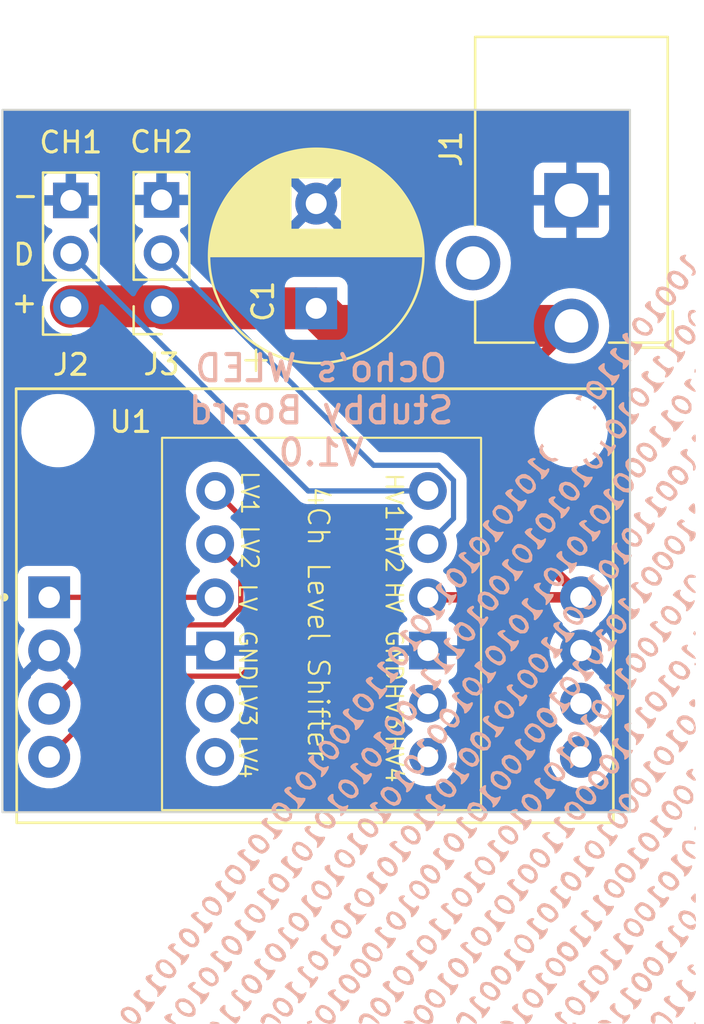
<source format=kicad_pcb>
(kicad_pcb (version 20221018) (generator pcbnew)

  (general
    (thickness 1.6)
  )

  (paper "A4")
  (layers
    (0 "F.Cu" signal)
    (31 "B.Cu" signal)
    (32 "B.Adhes" user "B.Adhesive")
    (33 "F.Adhes" user "F.Adhesive")
    (34 "B.Paste" user)
    (35 "F.Paste" user)
    (36 "B.SilkS" user "B.Silkscreen")
    (37 "F.SilkS" user "F.Silkscreen")
    (38 "B.Mask" user)
    (39 "F.Mask" user)
    (40 "Dwgs.User" user "User.Drawings")
    (41 "Cmts.User" user "User.Comments")
    (42 "Eco1.User" user "User.Eco1")
    (43 "Eco2.User" user "User.Eco2")
    (44 "Edge.Cuts" user)
    (45 "Margin" user)
    (46 "B.CrtYd" user "B.Courtyard")
    (47 "F.CrtYd" user "F.Courtyard")
    (48 "B.Fab" user)
    (49 "F.Fab" user)
    (50 "User.1" user)
    (51 "User.2" user)
    (52 "User.3" user)
    (53 "User.4" user)
    (54 "User.5" user)
    (55 "User.6" user)
    (56 "User.7" user)
    (57 "User.8" user)
    (58 "User.9" user)
  )

  (setup
    (stackup
      (layer "F.SilkS" (type "Top Silk Screen"))
      (layer "F.Paste" (type "Top Solder Paste"))
      (layer "F.Mask" (type "Top Solder Mask") (thickness 0.01))
      (layer "F.Cu" (type "copper") (thickness 0.035))
      (layer "dielectric 1" (type "core") (thickness 1.51) (material "FR4") (epsilon_r 4.5) (loss_tangent 0.02))
      (layer "B.Cu" (type "copper") (thickness 0.035))
      (layer "B.Mask" (type "Bottom Solder Mask") (thickness 0.01))
      (layer "B.Paste" (type "Bottom Solder Paste"))
      (layer "B.SilkS" (type "Bottom Silk Screen"))
      (copper_finish "None")
      (dielectric_constraints no)
    )
    (pad_to_mask_clearance 0)
    (pcbplotparams
      (layerselection 0x00010fc_ffffffff)
      (plot_on_all_layers_selection 0x0000000_00000000)
      (disableapertmacros false)
      (usegerberextensions false)
      (usegerberattributes true)
      (usegerberadvancedattributes true)
      (creategerberjobfile true)
      (dashed_line_dash_ratio 12.000000)
      (dashed_line_gap_ratio 3.000000)
      (svgprecision 4)
      (plotframeref false)
      (viasonmask false)
      (mode 1)
      (useauxorigin false)
      (hpglpennumber 1)
      (hpglpenspeed 20)
      (hpglpendiameter 15.000000)
      (dxfpolygonmode true)
      (dxfimperialunits true)
      (dxfusepcbnewfont true)
      (psnegative false)
      (psa4output false)
      (plotreference true)
      (plotvalue true)
      (plotinvisibletext false)
      (sketchpadsonfab false)
      (subtractmaskfromsilk false)
      (outputformat 1)
      (mirror false)
      (drillshape 1)
      (scaleselection 1)
      (outputdirectory "")
    )
  )

  (net 0 "")
  (net 1 "+5V")
  (net 2 "GND")
  (net 3 "/CH1_HV")
  (net 4 "/CH2_HV")
  (net 5 "Net-(U1-3V3)")
  (net 6 "/CH2_LV")
  (net 7 "/CH1_LV")
  (net 8 "unconnected-(U1-D12-Pad27)")
  (net 9 "unconnected-(U1-D13-Pad28)")
  (net 10 "unconnected-(U2-LV3-Pad5)")
  (net 11 "unconnected-(U2-LV4-Pad6)")
  (net 12 "unconnected-(U2-HV4-Pad7)")
  (net 13 "unconnected-(U2-HV3-Pad8)")

  (footprint "Connector_PinSocket_2.54mm:PinSocket_1x03_P2.54mm_Vertical" (layer "F.Cu") (at 88.875 47.483 180))

  (footprint "AmazonParts:MODULE_ESP32_DEVKIT_V1_1" (layer "F.Cu") (at 96.21 76.895))

  (footprint "AmazonParts:KeeYees 4 Channel IIC I2C Logic Level Converter" (layer "F.Cu") (at 96.52 61.38))

  (footprint "Connector_BarrelJack:BarrelJack_CUI_PJ-102AH_Horizontal" (layer "F.Cu") (at 108.458 48.418 180))

  (footprint "Capacitor_THT:CP_Radial_D10.0mm_P5.00mm" (layer "F.Cu") (at 96.266 47.579677 90))

  (footprint "Connector_PinSocket_2.54mm:PinSocket_1x03_P2.54mm_Vertical" (layer "F.Cu") (at 84.545 47.505 180))

  (footprint "LOGO" (layer "B.Cu")
    (tstamp e154958c-79a7-47d8-99ae-fa16043708f0)
    (at 100.6 63.3 180)
    (attr board_only exclude_from_pos_files exclude_from_bom)
    (fp_text reference "" (at 0 0) (layer "B.SilkS")
        (effects (font (size 1.5 1.5) (thickness 0.3)) (justify mirror))
      (tstamp 5e9d517f-7321-4dae-b13a-7abaec11f4b8)
    )
    (fp_text value "LOGO" (at 0.75 0) (layer "B.SilkS") hide
        (effects (font (size 1.5 1.5) (thickness 0.3)) (justify mirror))
      (tstamp 249b16d5-5aef-41e3-8853-70cf6348b7ac)
    )
    (fp_poly
      (pts
        (xy -13.716 -18.415)
        (xy -13.758333 -18.457334)
        (xy -13.800666 -18.415)
        (xy -13.758333 -18.372667)
      )

      (stroke (width 0) (type solid)) (fill solid) (layer "B.SilkS") (tstamp f6f5ac80-c28b-4a99-b952-9de0fd5ec778))
    (fp_poly
      (pts
        (xy -13.744222 -1.213556)
        (xy -13.734089 -1.314035)
        (xy -13.744222 -1.326445)
        (xy -13.794556 -1.314822)
        (xy -13.800666 -1.27)
        (xy -13.769688 -1.20031)
      )

      (stroke (width 0) (type solid)) (fill solid) (layer "B.SilkS") (tstamp c67e21ee-0bb6-408b-90cb-063f56c3a4f2))
    (fp_poly
      (pts
        (xy -13.74283 -9.043459)
        (xy -13.732736 -9.175782)
        (xy -13.749514 -9.205736)
        (xy -13.787996 -9.180485)
        (xy -13.793982 -9.094611)
        (xy -13.773305 -9.004269)
      )

      (stroke (width 0) (type solid)) (fill solid) (layer "B.SilkS") (tstamp a37d7885-b38f-48ca-9d21-64a57ea9b7d5))
    (fp_poly
      (pts
        (xy -13.74283 12.800541)
        (xy -13.732736 12.668218)
        (xy -13.749514 12.638264)
        (xy -13.787996 12.663515)
        (xy -13.793982 12.749389)
        (xy -13.773305 12.839731)
      )

      (stroke (width 0) (type solid)) (fill solid) (layer "B.SilkS") (tstamp 07cb24c9-3c78-4765-9b8e-ba432fe96ead))
    (fp_poly
      (pts
        (xy -7.89693 -18.406181)
        (xy -7.922181 -18.444663)
        (xy -8.008055 -18.450649)
        (xy -8.098398 -18.429972)
        (xy -8.059208 -18.399497)
        (xy -7.926884 -18.389403)
      )

      (stroke (width 0) (type solid)) (fill solid) (layer "B.SilkS") (tstamp 553086c3-6e0c-4637-8f08-633ff9e43a12))
    (fp_poly
      (pts
        (xy -13.714619 0.29548)
        (xy -13.665777 0.194011)
        (xy -13.677282 0.163483)
        (xy -13.759016 0.088409)
        (xy -13.79901 0.173916)
        (xy -13.800666 0.216663)
        (xy -13.75901 0.303866)
      )

      (stroke (width 0) (type solid)) (fill solid) (layer "B.SilkS") (tstamp 9249e25b-6b01-469f-a505-4b7223ac5052))
    (fp_poly
      (pts
        (xy -13.672622 9.651133)
        (xy -13.591874 9.532847)
        (xy -13.640656 9.4291)
        (xy -13.744626 9.326884)
        (xy -13.790921 9.366504)
        (xy -13.800666 9.535367)
        (xy -13.786524 9.684456)
        (xy -13.72548 9.690525)
      )

      (stroke (width 0) (type solid)) (fill solid) (layer "B.SilkS") (tstamp 611f4d7f-d03b-4d30-86ea-95e2bd4f6665))
    (fp_poly
      (pts
        (xy 4.750623 -18.337678)
        (xy 4.783667 -18.372667)
        (xy 4.765422 -18.445921)
        (xy 4.708994 -18.457334)
        (xy 4.562711 -18.407655)
        (xy 4.529667 -18.372667)
        (xy 4.547911 -18.299412)
        (xy 4.60434 -18.288)
      )

      (stroke (width 0) (type solid)) (fill solid) (layer "B.SilkS") (tstamp aa4efd2c-5d7a-4cce-82d2-20637e5a8e32))
    (fp_poly
      (pts
        (xy -13.617222 -2.970886)
        (xy -13.477984 -3.092814)
        (xy -13.507984 -3.216127)
        (xy -13.617222 -3.294448)
        (xy -13.727062 -3.330021)
        (xy -13.76797 -3.249373)
        (xy -13.772444 -3.132667)
        (xy -13.75773 -2.967276)
        (xy -13.692725 -2.937536)
      )

      (stroke (width 0) (type solid)) (fill solid) (layer "B.SilkS") (tstamp f7b11f7a-7817-4756-a6f5-ad6a9efcff8e))
    (fp_poly
      (pts
        (xy 9.384295 -18.370061)
        (xy 9.437353 -18.422204)
        (xy 9.350758 -18.446058)
        (xy 9.186334 -18.449392)
        (xy 8.985349 -18.443023)
        (xy 8.936655 -18.421975)
        (xy 9.023278 -18.37634)
        (xy 9.045628 -18.367268)
        (xy 9.28657 -18.335508)
      )

      (stroke (width 0) (type solid)) (fill solid) (layer "B.SilkS") (tstamp 3389ecec-31ec-48e3-b37f-6afbb33ef263))
    (fp_poly
      (pts
        (xy -9.30583 -18.263575)
        (xy -9.191143 -18.316346)
        (xy -9.116221 -18.384537)
        (xy -9.15062 -18.419651)
        (xy -9.319051 -18.433698)
        (xy -9.437844 -18.436236)
        (xy -9.655187 -18.427427)
        (xy -9.766888 -18.398224)
        (xy -9.767259 -18.374675)
        (xy -9.548758 -18.263385)
      )

      (stroke (width 0) (type solid)) (fill solid) (layer "B.SilkS") (tstamp 96856138-c990-49bd-9c5c-890f3d105ad5))
    (fp_poly
      (pts
        (xy -4.496 -18.331315)
        (xy -4.445 -18.372667)
        (xy -4.486045 -18.425456)
        (xy -4.67272 -18.453166)
        (xy -4.799836 -18.456037)
        (xy -5.035664 -18.445724)
        (xy -5.116166 -18.414206)
        (xy -5.08 -18.372667)
        (xy -4.8949 -18.307116)
        (xy -4.674347 -18.293332)
      )

      (stroke (width 0) (type solid)) (fill solid) (layer "B.SilkS") (tstamp 42325a84-4420-4c21-997c-ad18379bc47e))
    (fp_poly
      (pts
        (xy 0.0965 -18.312977)
        (xy 0.169334 -18.372667)
        (xy 0.094816 -18.428256)
        (xy -0.088795 -18.45646)
        (xy -0.131997 -18.457334)
        (xy -0.324645 -18.437278)
        (xy -0.385919 -18.384224)
        (xy -0.381 -18.372667)
        (xy -0.266544 -18.311667)
        (xy -0.07967 -18.288)
      )

      (stroke (width 0) (type solid)) (fill solid) (layer "B.SilkS") (tstamp 027170f7-5331-4cff-b209-d4f67ed1a049))
    (fp_poly
      (pts
        (xy -13.664864 -12.291546)
        (xy -13.655524 -12.300857)
        (xy -13.55743 -12.421093)
        (xy -13.586309 -12.517333)
        (xy -13.655524 -12.591143)
        (xy -13.752564 -12.674704)
        (xy -13.79259 -12.640895)
        (xy -13.800652 -12.464666)
        (xy -13.800666 -12.446)
        (xy -13.793927 -12.258659)
        (xy -13.757009 -12.215524)
      )

      (stroke (width 0) (type solid)) (fill solid) (layer "B.SilkS") (tstamp 6beb8113-6990-48b3-876f-58a6e2ced14d))
    (fp_poly
      (pts
        (xy -13.571853 6.336789)
        (xy -13.525064 6.2865)
        (xy -13.444683 6.170088)
        (xy -13.483319 6.078028)
        (xy -13.58816 5.992587)
        (xy -13.719134 5.903792)
        (xy -13.770956 5.925699)
        (xy -13.776958 6.084679)
        (xy -13.775438 6.140753)
        (xy -13.752837 6.360612)
        (xy -13.690704 6.422622)
      )

      (stroke (width 0) (type solid)) (fill solid) (layer "B.SilkS") (tstamp fd480857-49fb-4296-8fac-f86da49e8218))
    (fp_poly
      (pts
        (xy -13.516451 -15.628066)
        (xy -13.391317 -15.733799)
        (xy -13.418707 -15.879186)
        (xy -13.589 -16.036548)
        (xy -13.738928 -16.120801)
        (xy -13.795506 -16.101568)
        (xy -13.800666 -16.055344)
        (xy -13.731635 -15.927046)
        (xy -13.654873 -15.879504)
        (xy -13.558889 -15.822138)
        (xy -13.619881 -15.755184)
        (xy -13.631254 -15.748049)
        (xy -13.711973 -15.657032)
        (xy -13.658906 -15.605829)
      )

      (stroke (width 0) (type solid)) (fill solid) (layer "B.SilkS") (tstamp c36a8126-9ddf-439c-8000-74e0799ab790))
    (fp_poly
      (pts
        (xy -13.451797 -6.325499)
        (xy -13.37773 -6.391855)
        (xy -13.32673 -6.50237)
        (xy -13.396416 -6.616822)
        (xy -13.473196 -6.685372)
        (xy -13.678997 -6.830138)
        (xy -13.784996 -6.838522)
        (xy -13.800666 -6.7837)
        (xy -13.74272 -6.673515)
        (xy -13.672622 -6.603134)
        (xy -13.591874 -6.484847)
        (xy -13.640656 -6.3811)
        (xy -13.688752 -6.287203)
        (xy -13.609734 -6.265334)
      )

      (stroke (width 0) (type solid)) (fill solid) (layer "B.SilkS") (tstamp 337c4b58-ea3a-4393-8899-985c451622ea))
    (fp_poly
      (pts
        (xy 11.432025 -17.987866)
        (xy 11.570775 -18.077133)
        (xy 11.599334 -18.139558)
        (xy 11.527788 -18.271751)
        (xy 11.358633 -18.391816)
        (xy 11.160089 -18.453362)
        (xy 11.135995 -18.454641)
        (xy 11.029691 -18.447586)
        (xy 11.054943 -18.400642)
        (xy 11.161198 -18.322705)
        (xy 11.288469 -18.204366)
        (xy 11.277374 -18.099631)
        (xy 11.254336 -18.068705)
        (xy 11.205488 -17.9679)
        (xy 11.243375 -17.949334)
      )

      (stroke (width 0) (type solid)) (fill solid) (layer "B.SilkS") (tstamp 5bb980a8-7171-40f0-8545-2222a6c19433))
    (fp_poly
      (pts
        (xy -13.36802 12.301149)
        (xy -13.29047 12.231687)
        (xy -13.2324 12.113279)
        (xy -13.309638 12.003888)
        (xy -13.343603 11.976257)
        (xy -13.581026 11.807669)
        (xy -13.741443 11.729042)
        (xy -13.800665 11.752214)
        (xy -13.800666 11.752565)
        (xy -13.743958 11.859457)
        (xy -13.631632 11.980063)
        (xy -13.520674 12.119271)
        (xy -13.548337 12.235848)
        (xy -13.557332 12.247185)
        (xy -13.603484 12.340108)
        (xy -13.525067 12.361333)
      )

      (stroke (width 0) (type solid)) (fill solid) (layer "B.SilkS") (tstamp cb6ef054-419c-4c36-af71-ef2b5e464cbe))
    (fp_poly
      (pts
        (xy -7.125953 -17.907701)
        (xy -7.061096 -17.963201)
        (xy -7.077638 -18.076581)
        (xy -7.195582 -18.224259)
        (xy -7.366242 -18.362127)
        (xy -7.540932 -18.446076)
        (xy -7.603554 -18.454651)
        (xy -7.667452 -18.428059)
        (xy -7.595722 -18.342456)
        (xy -7.511358 -18.27621)
        (xy -7.359875 -18.139533)
        (xy -7.340275 -18.035455)
        (xy -7.373558 -17.982559)
        (xy -7.418517 -17.891312)
        (xy -7.318772 -17.864892)
        (xy -7.296697 -17.864667)
      )

      (stroke (width 0) (type solid)) (fill solid) (layer "B.SilkS") (tstamp 69665bfb-478e-4702-a2c9-e54548bde25b))
    (fp_poly
      (pts
        (xy -13.476429 15.595342)
        (xy -13.424691 15.455114)
        (xy -13.419666 15.334993)
        (xy -13.470557 15.073444)
        (xy -13.610166 14.9225)
        (xy -13.747096 14.857521)
        (xy -13.800666 14.880639)
        (xy -13.742298 15.000195)
        (xy -13.673666 15.070666)
        (xy -13.564987 15.237833)
        (xy -13.546666 15.335033)
        (xy -13.602505 15.466515)
        (xy -13.673666 15.494)
        (xy -13.786289 15.54283)
        (xy -13.800666 15.584555)
        (xy -13.730527 15.644652)
        (xy -13.610166 15.648055)
      )

      (stroke (width 0) (type solid)) (fill solid) (layer "B.SilkS") (tstamp e8477e12-90df-4bed-83c7-ebc3c81bc9f6))
    (fp_poly
      (pts
        (xy -13.193864 -0.398748)
        (xy -13.134668 -0.452009)
        (xy -13.109467 -0.54156)
        (xy -13.190605 -0.655833)
        (xy -13.398317 -0.822164)
        (xy -13.420634 -0.83827)
        (xy -13.643442 -0.980771)
        (xy -13.774553 -1.02659)
        (xy -13.800423 -1.000094)
        (xy -13.735638 -0.882301)
        (xy -13.577383 -0.740335)
        (xy -13.551412 -0.722331)
        (xy -13.390374 -0.588539)
        (xy -13.369345 -0.483903)
        (xy -13.392689 -0.447164)
        (xy -13.431641 -0.357698)
        (xy -13.355734 -0.338667)
      )

      (stroke (width 0) (type solid)) (fill solid) (layer "B.SilkS") (tstamp 51564db3-825e-44e9-b806-11f292e06429))
    (fp_poly
      (pts
        (xy 2.240609 -18.065875)
        (xy 2.278787 -18.139834)
        (xy 2.31927 -18.351069)
        (xy 2.244137 -18.450906)
        (xy 2.196337 -18.457334)
        (xy 2.131591 -18.386376)
        (xy 2.116667 -18.288)
        (xy 2.056798 -18.146496)
        (xy 1.947334 -18.118667)
        (xy 1.76302 -18.17613)
        (xy 1.608667 -18.288)
        (xy 1.45304 -18.413556)
        (xy 1.34024 -18.4574)
        (xy 1.305192 -18.416494)
        (xy 1.365467 -18.309167)
        (xy 1.60395 -18.078712)
        (xy 1.852667 -17.957012)
        (xy 2.07657 -17.950567)
      )

      (stroke (width 0) (type solid)) (fill solid) (layer "B.SilkS") (tstamp 9d0cab8b-74aa-473b-a75e-cfcc4c15475c))
    (fp_poly
      (pts
        (xy 6.817958 -18.006905)
        (xy 6.959413 -18.143622)
        (xy 7.006753 -18.30549)
        (xy 6.983919 -18.374417)
        (xy 6.877424 -18.456246)
        (xy 6.792389 -18.392978)
        (xy 6.773334 -18.288)
        (xy 6.712761 -18.145202)
        (xy 6.619965 -18.118667)
        (xy 6.447916 -18.173736)
        (xy 6.284839 -18.288)
        (xy 6.110046 -18.430173)
        (xy 6.024882 -18.442528)
        (xy 6.011334 -18.387425)
        (xy 6.081416 -18.251084)
        (xy 6.251086 -18.103901)
        (xy 6.459475 -17.989143)
        (xy 6.627645 -17.949334)
      )

      (stroke (width 0) (type solid)) (fill solid) (layer "B.SilkS") (tstamp 82ce29b9-0f2d-4e8f-b000-926d728ca115))
    (fp_poly
      (pts
        (xy -13.196868 8.968709)
        (xy -13.069549 8.873037)
        (xy -13.06607 8.768045)
        (xy -13.196026 8.628076)
        (xy -13.374657 8.493324)
        (xy -13.595887 8.306301)
        (xy -13.67144 8.156575)
        (xy -13.665284 8.106833)
        (xy -13.667423 7.984414)
        (xy -13.710294 7.958666)
        (xy -13.778513 8.031007)
        (xy -13.800666 8.167798)
        (xy -13.71983 8.393712)
        (xy -13.548431 8.563416)
        (xy -13.38252 8.719002)
        (xy -13.367908 8.834065)
        (xy -13.378363 8.848908)
        (xy -13.424768 8.967446)
        (xy -13.34721 9.013637)
      )

      (stroke (width 0) (type solid)) (fill solid) (layer "B.SilkS") (tstamp c2cb6bce-18ce-4bdf-84b5-337b601ee38c))
    (fp_poly
      (pts
        (xy -2.48143 -17.968156)
        (xy -2.466369 -17.981679)
        (xy -2.350385 -18.165897)
        (xy -2.347392 -18.292811)
        (xy -2.422023 -18.438387)
        (xy -2.503938 -18.423198)
        (xy -2.555278 -18.273465)
        (xy -2.628409 -18.095869)
        (xy -2.767841 -18.071076)
        (xy -2.965665 -18.199681)
        (xy -3.00711 -18.239413)
        (xy -3.193371 -18.399843)
        (xy -3.313033 -18.45385)
        (xy -3.345129 -18.398225)
        (xy -3.299995 -18.284254)
        (xy -3.162801 -18.132433)
        (xy -2.948889 -17.988631)
        (xy -2.917868 -17.973122)
        (xy -2.719565 -17.889208)
        (xy -2.598132 -17.887097)
      )

      (stroke (width 0) (type solid)) (fill solid) (layer "B.SilkS") (tstamp 484d7196-b351-433b-b129-e6fb778a1307))
    (fp_poly
      (pts
        (xy -13.109197 18.227919)
        (xy -13.050001 18.174657)
        (xy -13.02496 18.085384)
        (xy -13.105867 17.971228)
        (xy -13.312943 17.805044)
        (xy -13.339728 17.785696)
        (xy -13.557887 17.616091)
        (xy -13.650666 17.501123)
        (xy -13.639518 17.411084)
        (xy -13.624726 17.391039)
        (xy -13.574331 17.29565)
        (xy -13.6633 17.272)
        (xy -13.776229 17.343433)
        (xy -13.800666 17.472753)
        (xy -13.716164 17.688576)
        (xy -13.509789 17.872818)
        (xy -13.327363 18.019915)
        (xy -13.281917 18.127641)
        (xy -13.308489 18.180065)
        (xy -13.346688 18.269182)
        (xy -13.271067 18.288)
      )

      (stroke (width 0) (type solid)) (fill solid) (layer "B.SilkS") (tstamp 127563cf-dac0-4052-a540-25e3801ad00d))
    (fp_poly
      (pts
        (xy -11.334201 12.694042)
        (xy -11.201723 12.579604)
        (xy -11.215268 12.44436)
        (xy -11.380076 12.273293)
        (xy -11.516035 12.172951)
        (xy -11.742514 11.981432)
        (xy -11.805406 11.833283)
        (xy -11.800097 11.813118)
        (xy -11.78555 11.698481)
        (xy -11.855614 11.694822)
        (xy -11.97989 11.78883)
        (xy -12.117293 11.951987)
        (xy -12.308116 12.219974)
        (xy -12.108995 12.167902)
        (xy -11.920932 12.17103)
        (xy -11.723513 12.247109)
        (xy -11.563873 12.364642)
        (xy -11.489147 12.492133)
        (xy -11.510423 12.567887)
        (xy -11.561064 12.690873)
        (xy -11.486028 12.739426)
      )

      (stroke (width 0) (type solid)) (fill solid) (layer "B.SilkS") (tstamp a5e482e3-4099-4195-8300-65a4b8b2487a))
    (fp_poly
      (pts
        (xy -1.343534 -0.767958)
        (xy -1.211056 -0.882396)
        (xy -1.224601 -1.01764)
        (xy -1.38941 -1.188707)
        (xy -1.525369 -1.289049)
        (xy -1.751847 -1.480568)
        (xy -1.81474 -1.628717)
        (xy -1.80943 -1.648882)
        (xy -1.794883 -1.763519)
        (xy -1.864947 -1.767178)
        (xy -1.989224 -1.67317)
        (xy -2.126626 -1.510013)
        (xy -2.31745 -1.242026)
        (xy -2.118328 -1.294098)
        (xy -1.930265 -1.29097)
        (xy -1.732847 -1.214891)
        (xy -1.573206 -1.097358)
        (xy -1.49848 -0.969867)
        (xy -1.519757 -0.894113)
        (xy -1.570397 -0.771127)
        (xy -1.495361 -0.722574)
      )

      (stroke (width 0) (type solid)) (fill solid) (layer "B.SilkS") (tstamp 7f65b066-767a-4df6-84a1-6cc87fad65bc))
    (fp_poly
      (pts
        (xy 2.889799 -12.705958)
        (xy 3.022277 -12.820396)
        (xy 3.008732 -12.95564)
        (xy 2.843924 -13.126707)
        (xy 2.707965 -13.227049)
        (xy 2.481486 -13.418568)
        (xy 2.418594 -13.566717)
        (xy 2.423903 -13.586882)
        (xy 2.43845 -13.701519)
        (xy 2.368386 -13.705178)
        (xy 2.24411 -13.61117)
        (xy 2.106707 -13.448013)
        (xy 1.915884 -13.180026)
        (xy 2.115005 -13.232098)
        (xy 2.303068 -13.22897)
        (xy 2.500487 -13.152891)
        (xy 2.660127 -13.035358)
        (xy 2.734853 -12.907867)
        (xy 2.713577 -12.832113)
        (xy 2.662936 -12.709127)
        (xy 2.737972 -12.660574)
      )

      (stroke (width 0) (type solid)) (fill solid) (layer "B.SilkS") (tstamp 08d29ec2-dffb-403d-948c-fab3e222e069))
    (fp_poly
      (pts
        (xy -12.288127 10.833384)
        (xy -12.22564 10.791806)
        (xy -12.140874 10.712322)
        (xy -12.139179 10.635234)
        (xy -12.237244 10.521264)
        (xy -12.403666 10.372855)
        (xy -12.590387 10.184276)
        (xy -12.701999 10.019697)
        (xy -12.717455 9.950003)
        (xy -12.728616 9.834558)
        (xy -12.816243 9.845047)
        (xy -12.956096 9.971271)
        (xy -13.048626 10.08932)
        (xy -13.23945 10.357307)
        (xy -13.040328 10.305236)
        (xy -12.848808 10.307794)
        (xy -12.651078 10.384715)
        (xy -12.493642 10.504212)
        (xy -12.423004 10.634498)
        (xy -12.446602 10.711059)
        (xy -12.494734 10.827282)
        (xy -12.426996 10.873507)
      )

      (stroke (width 0) (type solid)) (fill solid) (layer "B.SilkS") (tstamp 0f0fc306-dfcb-4de5-9927-462c757df1c0))
    (fp_poly
      (pts
        (xy -11.78937 -17.930395)
        (xy -11.653976 -18.093442)
        (xy -11.643604 -18.302598)
        (xy -11.651029 -18.3242)
        (xy -11.747183 -18.450972)
        (xy -11.842299 -18.436986)
        (xy -11.880826 -18.301803)
        (xy -11.874055 -18.245667)
        (xy -11.870089 -18.087516)
        (xy -11.966975 -18.035939)
        (xy -12.016839 -18.034)
        (xy -12.199214 -18.093596)
        (xy -12.388833 -18.237798)
        (xy -12.396251 -18.245667)
        (xy -12.578618 -18.416536)
        (xy -12.680405 -18.451363)
        (xy -12.7 -18.398466)
        (xy -12.631547 -18.257003)
        (xy -12.463787 -18.0926)
        (xy -12.253116 -17.948875)
        (xy -12.055932 -17.869447)
        (xy -12.009805 -17.864667)
      )

      (stroke (width 0) (type solid)) (fill solid) (layer "B.SilkS") (tstamp 6b4434fa-a4dc-4daf-8f9c-8d397fa8f391))
    (fp_poly
      (pts
        (xy -11.44146 -5.930616)
        (xy -11.378973 -5.972194)
        (xy -11.294208 -6.051678)
        (xy -11.292512 -6.128766)
        (xy -11.390577 -6.242736)
        (xy -11.557 -6.391145)
        (xy -11.74372 -6.579724)
        (xy -11.855333 -6.744303)
        (xy -11.870788 -6.813997)
        (xy -11.881949 -6.929442)
        (xy -11.969577 -6.918953)
        (xy -12.109429 -6.792729)
        (xy -12.201959 -6.67468)
        (xy -12.392783 -6.406693)
        (xy -12.193661 -6.458764)
        (xy -12.002142 -6.456206)
        (xy -11.804412 -6.379285)
        (xy -11.646975 -6.259788)
        (xy -11.576337 -6.129502)
        (xy -11.599936 -6.052941)
        (xy -11.648067 -5.936718)
        (xy -11.580329 -5.890493)
      )

      (stroke (width 0) (type solid)) (fill solid) (layer "B.SilkS") (tstamp ce1a9215-ea3f-40ed-9c08-230eaaa395c6))
    (fp_poly
      (pts
        (xy -10.296592 14.469925)
        (xy -10.290773 14.331919)
        (xy -10.426466 14.153603)
        (xy -10.575734 14.033674)
        (xy -10.78775 13.85896)
        (xy -10.867338 13.715316)
        (xy -10.861911 13.631507)
        (xy -10.844987 13.487368)
        (xy -10.9086 13.491778)
        (xy -11.052988 13.644793)
        (xy -11.085188 13.685085)
        (xy -11.228178 13.899518)
        (xy -11.244491 14.014697)
        (xy -11.133795 14.024924)
        (xy -11.104637 14.016556)
        (xy -10.930646 14.027955)
        (xy -10.743792 14.128147)
        (xy -10.598904 14.27398)
        (xy -10.550814 14.422306)
        (xy -10.557206 14.447368)
        (xy -10.556595 14.545632)
        (xy -10.448492 14.549115)
      )

      (stroke (width 0) (type solid)) (fill solid) (layer "B.SilkS") (tstamp ce651bdb-d6c5-4404-8a4a-2b1f67e9f6ae))
    (fp_poly
      (pts
        (xy 3.927408 -10.930075)
        (xy 3.933227 -11.068081)
        (xy 3.797534 -11.246397)
        (xy 3.648266 -11.366326)
        (xy 3.43625 -11.54104)
        (xy 3.356662 -11.684684)
        (xy 3.362089 -11.768493)
        (xy 3.379013 -11.912632)
        (xy 3.3154 -11.908222)
        (xy 3.171012 -11.755207)
        (xy 3.138812 -11.714915)
        (xy 2.995822 -11.500482)
        (xy 2.979509 -11.385303)
        (xy 3.090205 -11.375076)
        (xy 3.119363 -11.383444)
        (xy 3.293354 -11.372045)
        (xy 3.480208 -11.271853)
        (xy 3.625096 -11.12602)
        (xy 3.673186 -10.977694)
        (xy 3.666794 -10.952632)
        (xy 3.667405 -10.854368)
        (xy 3.775508 -10.850885)
      )

      (stroke (width 0) (type solid)) (fill solid) (layer "B.SilkS") (tstamp ba9d3ca9-890f-482b-866f-50936059d44f))
    (fp_poly
      (pts
        (xy 8.88902 -17.652019)
        (xy 8.898054 -17.662704)
        (xy 8.958119 -17.77419)
        (xy 8.902912 -17.878608)
        (xy 8.802588 -17.965472)
        (xy 8.579333 -18.146705)
        (xy 8.402523 -18.294435)
        (xy 8.252371 -18.417596)
        (xy 8.17006 -18.44494)
        (xy 8.092308 -18.3878)
        (xy 8.060267 -18.355734)
        (xy 7.969691 -18.199121)
        (xy 7.958667 -18.1337)
        (xy 7.98419 -18.058253)
        (xy 8.080676 -18.114525)
        (xy 8.229851 -18.143433)
        (xy 8.414731 -18.068868)
        (xy 8.58098 -17.930767)
        (xy 8.674265 -17.76907)
        (xy 8.673156 -17.679021)
        (xy 8.669897 -17.551002)
        (xy 8.754008 -17.541119)
      )

      (stroke (width 0) (type solid)) (fill solid) (layer "B.SilkS") (tstamp 04766b71-d72b-4eaf-bdd1-b56b46219cdf))
    (fp_poly
      (pts
        (xy -13.454815 2.991472)
        (xy -13.302727 2.870733)
        (xy -13.21328 2.703917)
        (xy -13.208 2.656909)
        (xy -13.266026 2.519419)
        (xy -13.408114 2.347168)
        (xy -13.43203 2.32429)
        (xy -13.628691 2.167841)
        (xy -13.759932 2.115163)
        (xy -13.800666 2.163061)
        (xy -13.742918 2.243636)
        (xy -13.60126 2.38066)
        (xy -13.574822 2.403719)
        (xy -13.43198 2.58151)
        (xy -13.398578 2.74372)
        (xy -13.469209 2.848055)
        (xy -13.632362 2.853865)
        (xy -13.766822 2.849425)
        (xy -13.800666 2.886593)
        (xy -13.770889 2.962357)
        (xy -13.765258 2.963333)
        (xy -13.66528 2.989538)
        (xy -13.606841 3.010536)
      )

      (stroke (width 0) (type solid)) (fill solid) (layer "B.SilkS") (tstamp 63bc5976-c5de-4710-a041-b4ac2fd2da8e))
    (fp_poly
      (pts
        (xy -13.256511 -9.711275)
        (xy -13.169502 -9.794165)
        (xy -13.139814 -9.960398)
        (xy -13.153563 -10.17271)
        (xy -13.271728 -10.332872)
        (xy -13.364551 -10.404898)
        (xy -13.594837 -10.542601)
        (xy -13.748495 -10.580858)
        (xy -13.800131 -10.519834)
        (xy -13.733589 -10.439498)
        (xy -13.571537 -10.326879)
        (xy -13.546131 -10.312105)
        (xy -13.347848 -10.1414)
        (xy -13.292666 -9.984021)
        (xy -13.314903 -9.86047)
        (xy -13.414695 -9.831069)
        (xy -13.55347 -9.852328)
        (xy -13.736438 -9.870051)
        (xy -13.78367 -9.817037)
        (xy -13.779248 -9.799411)
        (xy -13.679514 -9.728561)
        (xy -13.48228 -9.694797)
        (xy -13.454944 -9.694334)
      )

      (stroke (width 0) (type solid)) (fill solid) (layer "B.SilkS") (tstamp 92663650-33f1-4531-9fe3-ef9130e26c99))
    (fp_poly
      (pts
        (xy -12.687793 -10.467381)
        (xy -12.610138 -10.552803)
        (xy -12.613533 -10.63135)
        (xy -12.717289 -10.739819)
        (xy -12.910753 -10.892144)
        (xy -13.148583 -11.103383)
        (xy -13.241974 -11.261)
        (xy -13.238069 -11.30443)
        (xy -13.225377 -11.413464)
        (xy -13.295901 -11.409278)
        (xy -13.417663 -11.302767)
        (xy -13.483166 -11.220913)
        (xy -13.596695 -11.03264)
        (xy -13.633156 -10.904891)
        (xy -13.590007 -10.869396)
        (xy -13.507317 -10.919523)
        (xy -13.353326 -10.952638)
        (xy -13.166166 -10.880497)
        (xy -13.00049 -10.74262)
        (xy -12.910955 -10.578528)
        (xy -12.914211 -10.490651)
        (xy -12.927512 -10.35407)
        (xy -12.843797 -10.351153)
      )

      (stroke (width 0) (type solid)) (fill solid) (layer "B.SilkS") (tstamp 804015ee-dc0b-4a2a-9c87-dac66e01d9de))
    (fp_poly
      (pts
        (xy -11.898512 -8.502521)
        (xy -11.763718 -8.603319)
        (xy -11.594139 -8.772898)
        (xy -11.981496 -9.051077)
        (xy -12.20104 -9.221537)
        (xy -12.295274 -9.337006)
        (xy -12.285633 -9.42699)
        (xy -12.270059 -9.448295)
        (xy -12.216543 -9.543979)
        (xy -12.287466 -9.564673)
        (xy -12.417155 -9.499708)
        (xy -12.551833 -9.358246)
        (xy -12.674747 -9.166397)
        (xy -12.679431 -9.081927)
        (xy -12.565658 -9.090768)
        (xy -12.547575 -9.0963)
        (xy -12.38807 -9.088278)
        (xy -12.203206 -9.004219)
        (xy -12.039563 -8.879156)
        (xy -11.943719 -8.748123)
        (xy -11.956283 -8.651584)
        (xy -12.010457 -8.536867)
        (xy -11.993504 -8.493948)
      )

      (stroke (width 0) (type solid)) (fill solid) (layer "B.SilkS") (tstamp b5956ec5-538a-4a18-89cc-7ffe72946110))
    (fp_poly
      (pts
        (xy -11.446933 15.985067)
        (xy -11.365842 15.881955)
        (xy -11.375784 15.789564)
        (xy -11.495621 15.672352)
        (xy -11.685681 15.535168)
        (xy -11.901674 15.361101)
        (xy -11.983048 15.221943)
        (xy -11.976309 15.142653)
        (xy -11.963151 15.011843)
        (xy -12.031926 15.00766)
        (xy -12.15847 15.124753)
        (xy -12.213166 15.195087)
        (xy -12.323568 15.37889)
        (xy -12.362611 15.509195)
        (xy -12.326179 15.551381)
        (xy -12.250276 15.507231)
        (xy -12.10698 15.483624)
        (xy -11.92267 15.559442)
        (xy -11.752744 15.694905)
        (xy -11.652602 15.850231)
        (xy -11.649682 15.9385)
        (xy -11.649856 16.064927)
        (xy -11.55846 16.069338)
      )

      (stroke (width 0) (type solid)) (fill solid) (layer "B.SilkS") (tstamp 983046b7-c025-45b8-b452-7b005f71a7b9))
    (fp_poly
      (pts
        (xy -10.580147 -4.077035)
        (xy -10.399347 -4.147645)
        (xy -10.368875 -4.276904)
        (xy -10.486441 -4.450099)
        (xy -10.660401 -4.592993)
        (xy -10.872417 -4.767706)
        (xy -10.952005 -4.91135)
        (xy -10.946577 -4.99516)
        (xy -10.929654 -5.139298)
        (xy -10.993266 -5.134889)
        (xy -11.137655 -4.981874)
        (xy -11.169855 -4.941582)
        (xy -11.312844 -4.727149)
        (xy -11.329158 -4.611969)
        (xy -11.218462 -4.601742)
        (xy -11.189303 -4.610111)
        (xy -11.004144 -4.593036)
        (xy -10.805117 -4.480165)
        (xy -10.65873 -4.3433)
        (xy -10.639721 -4.240721)
        (xy -10.681929 -4.174217)
        (xy -10.734674 -4.084841)
        (xy -10.656267 -4.068053)
      )

      (stroke (width 0) (type solid)) (fill solid) (layer "B.SilkS") (tstamp 354a6c3a-ba00-4b04-88f3-238fa67fde56))
    (fp_poly
      (pts
        (xy -9.986819 4.528352)
        (xy -9.914012 4.491621)
        (xy -9.76974 4.374751)
        (xy -9.769985 4.24241)
        (xy -9.920073 4.077204)
        (xy -10.076702 3.960284)
        (xy -10.303181 3.768765)
        (xy -10.366073 3.620617)
        (xy -10.360764 3.600451)
        (xy -10.349024 3.488043)
        (xy -10.419715 3.4838)
        (xy -10.535578 3.576105)
        (xy -10.615929 3.680021)
        (xy -10.730328 3.878825)
        (xy -10.732746 3.963732)
        (xy -10.623286 3.947779)
        (xy -10.61798 3.945766)
        (xy -10.441774 3.951792)
        (xy -10.248898 4.055151)
        (xy -10.093905 4.211439)
        (xy -10.031351 4.376255)
        (xy -10.03785 4.417949)
        (xy -10.059494 4.533438)
      )

      (stroke (width 0) (type solid)) (fill solid) (layer "B.SilkS") (tstamp bd9bdb04-ec50-4616-9537-1d535c308b08))
    (fp_poly
      (pts
        (xy -9.216459 12.985286)
        (xy -9.138805 12.899864)
        (xy -9.142199 12.821316)
        (xy -9.245955 12.712848)
        (xy -9.43942 12.560522)
        (xy -9.677249 12.349283)
        (xy -9.770641 12.191667)
        (xy -9.766735 12.148236)
        (xy -9.754044 12.039202)
        (xy -9.824568 12.043389)
        (xy -9.94633 12.1499)
        (xy -10.011833 12.231754)
        (xy -10.125362 12.420027)
        (xy -10.161823 12.547776)
        (xy -10.118673 12.58327)
        (xy -10.035984 12.533143)
        (xy -9.881993 12.500028)
        (xy -9.694832 12.57217)
        (xy -9.529157 12.710047)
        (xy -9.439622 12.874139)
        (xy -9.442877 12.962016)
        (xy -9.456179 13.098597)
        (xy -9.372463 13.101514)
      )

      (stroke (width 0) (type solid)) (fill solid) (layer "B.SilkS") (tstamp 7be54628-1bee-4303-b136-206cdee7764a))
    (fp_poly
      (pts
        (xy -8.369793 -3.778714)
        (xy -8.292138 -3.864136)
        (xy -8.295533 -3.942684)
        (xy -8.399289 -4.051152)
        (xy -8.592753 -4.203478)
        (xy -8.830583 -4.414717)
        (xy -8.923974 -4.572333)
        (xy -8.920069 -4.615764)
        (xy -8.907377 -4.724798)
        (xy -8.977901 -4.720611)
        (xy -9.099663 -4.6141)
        (xy -9.165166 -4.532246)
        (xy -9.278695 -4.343973)
        (xy -9.315156 -4.216224)
        (xy -9.272007 -4.18073)
        (xy -9.189317 -4.230857)
        (xy -9.035326 -4.263972)
        (xy -8.848166 -4.19183)
        (xy -8.68249 -4.053953)
        (xy -8.592955 -3.889861)
        (xy -8.596211 -3.801984)
        (xy -8.609512 -3.665403)
        (xy -8.525797 -3.662486)
      )

      (stroke (width 0) (type solid)) (fill solid) (layer "B.SilkS") (tstamp 4257208f-fb7c-43ca-9599-18b7628fb324))
    (fp_poly
      (pts
        (xy -8.054794 -1.104616)
        (xy -7.992306 -1.146194)
        (xy -7.907541 -1.225678)
        (xy -7.905845 -1.302766)
        (xy -8.00391 -1.416736)
        (xy -8.170333 -1.565145)
        (xy -8.357054 -1.753724)
        (xy -8.468666 -1.918303)
        (xy -8.484122 -1.987997)
        (xy -8.501131 -2.101216)
        (xy -8.598918 -2.090535)
        (xy -8.736999 -1.9685)
        (xy -8.904333 -1.754964)
        (xy -8.947613 -1.642635)
        (xy -8.869157 -1.620006)
        (xy -8.804509 -1.633414)
        (xy -8.614102 -1.630367)
        (xy -8.417118 -1.552853)
        (xy -8.260174 -1.432924)
        (xy -8.189889 -1.302629)
        (xy -8.213269 -1.226941)
        (xy -8.261401 -1.110718)
        (xy -8.193662 -1.064493)
      )

      (stroke (width 0) (type solid)) (fill solid) (layer "B.SilkS") (tstamp 2c7fc4cd-6b84-436b-959a-f1e55e54fa47))
    (fp_poly
      (pts
        (xy -7.2136 4.047066)
        (xy -7.132509 3.943955)
        (xy -7.142451 3.851564)
        (xy -7.262288 3.734352)
        (xy -7.452348 3.597168)
        (xy -7.668341 3.423101)
        (xy -7.749715 3.283943)
        (xy -7.742975 3.204653)
        (xy -7.732673 3.073518)
        (xy -7.803051 3.06204)
        (xy -7.922077 3.163506)
        (xy -7.991262 3.256688)
        (xy -8.097296 3.451656)
        (xy -8.12826 3.57994)
        (xy -8.08156 3.609999)
        (xy -8.016943 3.569231)
        (xy -7.873647 3.545624)
        (xy -7.689336 3.621442)
        (xy -7.519411 3.756905)
        (xy -7.419269 3.912231)
        (xy -7.416349 4.0005)
        (xy -7.416523 4.126927)
        (xy -7.325127 4.131338)
      )

      (stroke (width 0) (type solid)) (fill solid) (layer "B.SilkS") (tstamp 5eb3daaa-0888-4a94-b7b2-592e8b4f5040))
    (fp_poly
      (pts
        (xy -7.19348 0.748965)
        (xy -7.013499 0.678759)
        (xy -6.983861 0.550601)
        (xy -7.102031 0.379351)
        (xy -7.28121 0.234951)
        (xy -7.508351 0.044)
        (xy -7.572208 -0.103794)
        (xy -7.566764 -0.124882)
        (xy -7.56101 -0.235138)
        (xy -7.644512 -0.237812)
        (xy -7.778373 -0.136005)
        (xy -7.805666 -0.105834)
        (xy -7.973 0.107702)
        (xy -8.01628 0.220032)
        (xy -7.937824 0.242661)
        (xy -7.873176 0.229252)
        (xy -7.622036 0.248857)
        (xy -7.433094 0.351179)
        (xy -7.277671 0.481504)
        (xy -7.251192 0.580083)
        (xy -7.29494 0.651395)
        (xy -7.348075 0.741073)
        (xy -7.270106 0.757998)
      )

      (stroke (width 0) (type solid)) (fill solid) (layer "B.SilkS") (tstamp 0e4d856e-687e-4cb4-897e-1710b74ed549))
    (fp_poly
      (pts
        (xy -6.346814 -16.015035)
        (xy -6.166014 -16.085645)
        (xy -6.135541 -16.214904)
        (xy -6.253108 -16.388099)
        (xy -6.427068 -16.530993)
        (xy -6.639084 -16.705706)
        (xy -6.718671 -16.84935)
        (xy -6.713244 -16.93316)
        (xy -6.694753 -17.078299)
        (xy -6.755116 -17.074697)
        (xy -6.869821 -16.9545)
        (xy -7.068308 -16.711033)
        (xy -7.165462 -16.57319)
        (xy -7.169531 -16.5175)
        (xy -7.088762 -16.520489)
        (xy -7.016377 -16.53734)
        (xy -6.805895 -16.536894)
        (xy -6.606744 -16.456714)
        (xy -6.462201 -16.329204)
        (xy -6.415546 -16.186768)
        (xy -6.448595 -16.112217)
        (xy -6.50134 -16.022841)
        (xy -6.422934 -16.006053)
      )

      (stroke (width 0) (type solid)) (fill solid) (layer "B.SilkS") (tstamp 2ed9af66-9c3b-4e8a-b2df-54437353dcc3))
    (fp_poly
      (pts
        (xy -6.262147 2.611631)
        (xy -6.081347 2.541022)
        (xy -6.050875 2.411763)
        (xy -6.168441 2.238568)
        (xy -6.342401 2.095674)
        (xy -6.554417 1.92096)
        (xy -6.634005 1.777316)
        (xy -6.628577 1.693507)
        (xy -6.611654 1.549368)
        (xy -6.675266 1.553778)
        (xy -6.819655 1.706793)
        (xy -6.851855 1.747085)
        (xy -6.994844 1.961518)
        (xy -7.011158 2.076697)
        (xy -6.900462 2.086924)
        (xy -6.871303 2.078556)
        (xy -6.686144 2.095631)
        (xy -6.487117 2.208502)
        (xy -6.34073 2.345367)
        (xy -6.321721 2.447946)
        (xy -6.363929 2.51445)
        (xy -6.416674 2.603826)
        (xy -6.338267 2.620613)
      )

      (stroke (width 0) (type solid)) (fill solid) (layer "B.SilkS") (tstamp c45ced07-8a64-4078-ba2a-d3a046b3a327))
    (fp_poly
      (pts
        (xy -5.245486 -17.484981)
        (xy -5.172678 -17.521712)
        (xy -5.037058 -17.616834)
        (xy -5.017111 -17.717965)
        (xy -5.122083 -17.854411)
        (xy -5.334403 -18.034319)
        (xy -5.518037 -18.200139)
        (xy -5.619276 -18.332507)
        (xy -5.625739 -18.3801)
        (xy -5.645344 -18.449374)
        (xy -5.689637 -18.457334)
        (xy -5.818139 -18.39241)
        (xy -5.9063 -18.289149)
        (xy -5.997745 -18.103725)
        (xy -6.005352 -17.997163)
        (xy -5.931356 -17.999795)
        (xy -5.887317 -18.031523)
        (xy -5.731941 -18.066005)
        (xy -5.545253 -17.993635)
        (xy -5.380921 -17.854031)
        (xy -5.29261 -17.68681)
        (xy -5.296517 -17.595384)
        (xy -5.318161 -17.479895)
      )

      (stroke (width 0) (type solid)) (fill solid) (layer "B.SilkS") (tstamp 94266877-8dd4-4c17-9991-c9b955914146))
    (fp_poly
      (pts
        (xy -3.543793 -7.165381)
        (xy -3.466138 -7.250803)
        (xy -3.469533 -7.32935)
        (xy -3.573289 -7.437819)
        (xy -3.766753 -7.590144)
        (xy -4.004583 -7.801383)
        (xy -4.097974 -7.959)
        (xy -4.094069 -8.00243)
        (xy -4.081377 -8.111464)
        (xy -4.151901 -8.107278)
        (xy -4.273663 -8.000767)
        (xy -4.339166 -7.918913)
        (xy -4.452695 -7.73064)
        (xy -4.489156 -7.602891)
        (xy -4.446007 -7.567396)
        (xy -4.363317 -7.617523)
        (xy -4.209326 -7.650638)
        (xy -4.022166 -7.578497)
        (xy -3.85649 -7.44062)
        (xy -3.766955 -7.276528)
        (xy -3.770211 -7.188651)
        (xy -3.783512 -7.05207)
        (xy -3.699797 -7.049153)
      )

      (stroke (width 0) (type solid)) (fill solid) (layer "B.SilkS") (tstamp be79b584-27af-4cea-9900-f2489e818591))
    (fp_poly
      (pts
        (xy -1.540933 -16.1036)
        (xy -1.459842 -16.206712)
        (xy -1.469784 -16.299102)
        (xy -1.589621 -16.416315)
        (xy -1.779681 -16.553498)
        (xy -1.995674 -16.727565)
        (xy -2.077048 -16.866724)
        (xy -2.070309 -16.946013)
        (xy -2.057151 -17.076823)
        (xy -2.125926 -17.081007)
        (xy -2.25247 -16.963913)
        (xy -2.307166 -16.89358)
        (xy -2.417568 -16.709777)
        (xy -2.456611 -16.579471)
        (xy -2.420179 -16.537286)
        (xy -2.344276 -16.581436)
        (xy -2.20098 -16.605043)
        (xy -2.01667 -16.529225)
        (xy -1.846744 -16.393762)
        (xy -1.746602 -16.238435)
        (xy -1.743682 -16.150167)
        (xy -1.743856 -16.023739)
        (xy -1.65246 -16.019328)
      )

      (stroke (width 0) (type solid)) (fill solid) (layer "B.SilkS") (tstamp bbc23ecf-6043-44bb-ab44-d75e1ea90489))
    (fp_poly
      (pts
        (xy -1.456266 2.523066)
        (xy -1.375175 2.419955)
        (xy -1.385117 2.327564)
        (xy -1.504954 2.210352)
        (xy -1.695014 2.073168)
        (xy -1.911008 1.899101)
        (xy -1.992382 1.759943)
        (xy -1.985642 1.680653)
        (xy -1.972484 1.549843)
        (xy -2.041259 1.54566)
        (xy -2.167803 1.662753)
        (xy -2.2225 1.733087)
        (xy -2.332901 1.91689)
        (xy -2.371944 2.047195)
        (xy -2.335513 2.089381)
        (xy -2.259609 2.045231)
        (xy -2.116313 2.021624)
        (xy -1.932003 2.097442)
        (xy -1.762077 2.232905)
        (xy -1.661936 2.388231)
        (xy -1.659016 2.4765)
        (xy -1.65919 2.602927)
        (xy -1.567794 2.607338)
      )

      (stroke (width 0) (type solid)) (fill solid) (layer "B.SilkS") (tstamp cd27f354-aa8f-41e7-9e83-e1e7c3714369))
    (fp_poly
      (pts
        (xy 1.027132 -16.431291)
        (xy 1.154451 -16.526963)
        (xy 1.15793 -16.631955)
        (xy 1.027974 -16.771924)
        (xy 0.849343 -16.906676)
        (xy 0.628113 -17.093699)
        (xy 0.55256 -17.243425)
        (xy 0.558716 -17.293167)
        (xy 0.564305 -17.418713)
        (xy 0.484594 -17.424795)
        (xy 0.347115 -17.318214)
        (xy 0.261299 -17.219715)
        (xy 0.158239 -17.045144)
        (xy 0.138694 -16.919044)
        (xy 0.197672 -16.879178)
        (xy 0.29888 -16.935447)
        (xy 0.430538 -16.958589)
        (xy 0.601511 -16.894631)
        (xy 0.760404 -16.779698)
        (xy 0.855826 -16.649921)
        (xy 0.845637 -16.551092)
        (xy 0.799232 -16.432554)
        (xy 0.87679 -16.386363)
      )

      (stroke (width 0) (type solid)) (fill solid) (layer "B.SilkS") (tstamp 85d3545c-4b3c-438a-95f1-866e07f829e4))
    (fp_poly
      (pts
        (xy 2.777067 -9.414934)
        (xy 2.858158 -9.518045)
        (xy 2.848216 -9.610436)
        (xy 2.728379 -9.727648)
        (xy 2.538319 -9.864832)
        (xy 2.322326 -10.038899)
        (xy 2.240952 -10.178057)
        (xy 2.247691 -10.257347)
        (xy 2.257994 -10.388482)
        (xy 2.187616 -10.39996)
        (xy 2.06859 -10.298494)
        (xy 1.999404 -10.205312)
        (xy 1.89337 -10.010344)
        (xy 1.862407 -9.88206)
        (xy 1.909106 -9.852001)
        (xy 1.973724 -9.892769)
        (xy 2.11702 -9.916376)
        (xy 2.30133 -9.840558)
        (xy 2.471256 -9.705095)
        (xy 2.571398 -9.549769)
        (xy 2.574318 -9.4615)
        (xy 2.574144 -9.335073)
        (xy 2.66554 -9.330662)
      )

      (stroke (width 0) (type solid)) (fill solid) (layer "B.SilkS") (tstamp 720212db-7c64-41df-b2ef-68a9ce0d01d7))
    (fp_poly
      (pts
        (xy 3.7084 -7.552267)
        (xy 3.792385 -7.665199)
        (xy 3.774561 -7.768523)
        (xy 3.637343 -7.896109)
        (xy 3.469569 -8.012217)
        (xy 3.253589 -8.178782)
        (xy 3.172108 -8.313654)
        (xy 3.178942 -8.394419)
        (xy 3.192167 -8.525403)
        (xy 3.123449 -8.529705)
        (xy 2.996913 -8.412642)
        (xy 2.942167 -8.342246)
        (xy 2.828898 -8.154404)
        (xy 2.791963 -8.026237)
        (xy 2.834128 -7.989804)
        (xy 2.916009 -8.039191)
        (xy 3.065185 -8.0681)
        (xy 3.250064 -7.993534)
        (xy 3.416313 -7.855434)
        (xy 3.509598 -7.693736)
        (xy 3.508489 -7.603687)
        (xy 3.505589 -7.473859)
        (xy 3.595113 -7.46697)
      )

      (stroke (width 0) (type solid)) (fill solid) (layer "B.SilkS") (tstamp 814f39e7-1d65-41f9-8c17-79ddc210681d))
    (fp_poly
      (pts
        (xy -12.896393 2.241977)
        (xy -12.771798 2.144546)
        (xy -12.700297 2.045665)
        (xy -12.709101 2.005362)
        (xy -13.063634 1.746109)
        (xy -13.278767 1.545198)
        (xy -13.348121 1.4088)
        (xy -13.344426 1.391033)
        (xy -13.324726 1.262646)
        (xy -13.390523 1.249773)
        (xy -13.511717 1.344192)
        (xy -13.608847 1.463275)
        (xy -13.7184 1.647188)
        (xy -13.751315 1.763875)
        (xy -13.706524 1.783687)
        (xy -13.617871 1.713738)
        (xy -13.493661 1.6887)
        (xy -13.325096 1.759369)
        (xy -13.160733 1.886884)
        (xy -13.049133 2.032379)
        (xy -13.038853 2.156992)
        (xy -13.047792 2.169996)
        (xy -13.09617 2.264035)
        (xy -13.017067 2.286)
      )

      (stroke (width 0) (type solid)) (fill solid) (layer "B.SilkS") (tstamp 5a277681-4aa1-4e77-8f3a-ddd65f9082f9))
    (fp_poly
      (pts
        (xy -11.761295 10.089541)
        (xy -11.651322 10.001335)
        (xy -11.578574 9.902449)
        (xy -11.591769 9.818875)
        (xy -11.7121 9.710053)
        (xy -11.857483 9.60679)
        (xy -12.084846 9.419894)
        (xy -12.167512 9.268528)
        (xy -12.163404 9.213125)
        (xy -12.167537 9.086642)
        (xy -12.254256 9.075873)
        (xy -12.388766 9.174483)
        (xy -12.467166 9.26842)
        (xy -12.59008 9.46027)
        (xy -12.594765 9.54474)
        (xy -12.480992 9.535899)
        (xy -12.462908 9.530366)
        (xy -12.30818 9.539464)
        (xy -12.123907 9.622567)
        (xy -11.957472 9.745164)
        (xy -11.856259 9.872748)
        (xy -11.863471 9.966938)
        (xy -11.902645 10.072835)
        (xy -11.872026 10.106114)
      )

      (stroke (width 0) (type solid)) (fill solid) (layer "B.SilkS") (tstamp 2c7ca1af-4d12-491b-b1fb-e97d5e921f43))
    (fp_poly
      (pts
        (xy -9.952394 -4.833176)
        (xy -9.870042 -4.903622)
        (xy -9.794627 -5.004173)
        (xy -9.804589 -5.08763)
        (xy -9.92071 -5.19524)
        (xy -10.071677 -5.303792)
        (xy -10.308202 -5.505438)
        (xy -10.384292 -5.667278)
        (xy -10.380876 -5.693834)
        (xy -10.379844 -5.817673)
        (xy -10.408804 -5.842)
        (xy -10.508028 -5.784822)
        (xy -10.599666 -5.693834)
        (xy -10.765514 -5.481464)
        (xy -10.805988 -5.372938)
        (xy -10.723065 -5.360493)
        (xy -10.681603 -5.372016)
        (xy -10.508048 -5.369376)
        (xy -10.315704 -5.289809)
        (xy -10.152125 -5.167064)
        (xy -10.064861 -5.034888)
        (xy -10.081209 -4.94592)
        (xy -10.130549 -4.833692)
        (xy -10.071241 -4.792832)
      )

      (stroke (width 0) (type solid)) (fill solid) (layer "B.SilkS") (tstamp 643d33f2-75a2-4fef-b9dd-aff8737a3422))
    (fp_poly
      (pts
        (xy -8.93625 -12.353765)
        (xy -8.901335 -12.390009)
        (xy -8.875977 -12.479833)
        (xy -8.957344 -12.594222)
        (xy -9.165685 -12.760696)
        (xy -9.183635 -12.773637)
        (xy -9.42354 -12.975272)
        (xy -9.516332 -13.127474)
        (xy -9.512276 -13.168295)
        (xy -9.501763 -13.277722)
        (xy -9.573346 -13.279925)
        (xy -9.68926 -13.187296)
        (xy -9.769262 -13.083979)
        (xy -9.88229 -12.890114)
        (xy -9.885416 -12.8068)
        (xy -9.7772 -12.814552)
        (xy -9.74997 -12.822778)
        (xy -9.58465 -12.809922)
        (xy -9.396545 -12.712953)
        (xy -9.240826 -12.57332)
        (xy -9.172668 -12.432473)
        (xy -9.178529 -12.393473)
        (xy -9.166583 -12.297874)
        (xy -9.065901 -12.284389)
      )

      (stroke (width 0) (type solid)) (fill solid) (layer "B.SilkS") (tstamp c9552bb6-2481-4249-a461-dc059237c8eb))
    (fp_poly
      (pts
        (xy -6.597397 0.013471)
        (xy -6.480788 -0.080481)
        (xy -6.403527 -0.181951)
        (xy -6.411911 -0.263631)
        (xy -6.527149 -0.366056)
        (xy -6.687049 -0.474646)
        (xy -6.915912 -0.653393)
        (xy -7.002247 -0.799238)
        (xy -6.998836 -0.861829)
        (xy -7.00289 -0.988557)
        (xy -7.089545 -0.999488)
        (xy -7.224055 -0.900908)
        (xy -7.3025 -0.806913)
        (xy -7.425413 -0.615064)
        (xy -7.430098 -0.530594)
        (xy -7.316325 -0.539435)
        (xy -7.298242 -0.544967)
        (xy -7.143513 -0.535869)
        (xy -6.95924 -0.452767)
        (xy -6.792805 -0.330169)
        (xy -6.691592 -0.202585)
        (xy -6.698804 -0.108396)
        (xy -6.737978 -0.002499)
        (xy -6.707359 0.03078)
      )

      (stroke (width 0) (type solid)) (fill solid) (layer "B.SilkS") (tstamp bc3757f9-25e3-4d05-be12-81f0407ee879))
    (fp_poly
      (pts
        (xy -6.168222 -6.748785)
        (xy -6.102728 -6.80756)
        (xy -6.069248 -6.899132)
        (xy -6.1403 -7.006068)
        (xy -6.337681 -7.160391)
        (xy -6.347644 -7.167393)
        (xy -6.583769 -7.369052)
        (xy -6.658946 -7.531048)
        (xy -6.655565 -7.556416)
        (xy -6.650687 -7.709238)
        (xy -6.726723 -7.729805)
        (xy -6.861047 -7.61985)
        (xy -6.929202 -7.535437)
        (xy -7.07022 -7.327982)
        (xy -7.098676 -7.228377)
        (xy -7.015553 -7.218849)
        (xy -6.945667 -7.238048)
        (xy -6.77275 -7.233895)
        (xy -6.583213 -7.150517)
        (xy -6.424277 -7.023278)
        (xy -6.343166 -6.887541)
        (xy -6.362131 -6.801049)
        (xy -6.406103 -6.709196)
        (xy -6.3284 -6.688667)
      )

      (stroke (width 0) (type solid)) (fill solid) (layer "B.SilkS") (tstamp d1623d9e-2df9-4f1a-8b85-c03ec5b34861))
    (fp_poly
      (pts
        (xy -5.634394 1.855491)
        (xy -5.552042 1.785045)
        (xy -5.476627 1.684494)
        (xy -5.486589 1.601037)
        (xy -5.60271 1.493427)
        (xy -5.753677 1.384875)
        (xy -5.990306 1.18309)
        (xy -6.0663 1.021179)
        (xy -6.062898 0.994917)
        (xy -6.05802 0.842095)
        (xy -6.134056 0.821528)
        (xy -6.268381 0.931483)
        (xy -6.336536 1.015896)
        (xy -6.477553 1.223352)
        (xy -6.506009 1.322957)
        (xy -6.422887 1.332484)
        (xy -6.353 1.313286)
        (xy -6.184211 1.318304)
        (xy -5.995111 1.400647)
        (xy -5.833633 1.525413)
        (xy -5.747708 1.6577)
        (xy -5.763209 1.742746)
        (xy -5.812549 1.854974)
        (xy -5.753241 1.895835)
      )

      (stroke (width 0) (type solid)) (fill solid) (layer "B.SilkS") (tstamp 18f197a2-4606-4ecb-a665-c3b46c2fd19c))
    (fp_poly
      (pts
        (xy -4.787727 -14.908509)
        (xy -4.705376 -14.978955)
        (xy -4.629961 -15.079506)
        (xy -4.639922 -15.162963)
        (xy -4.756044 -15.270573)
        (xy -4.90701 -15.379125)
        (xy -5.143639 -15.58091)
        (xy -5.219633 -15.742821)
        (xy -5.216232 -15.769083)
        (xy -5.222043 -15.917436)
        (xy -5.295907 -15.970139)
        (xy -5.385533 -15.897548)
        (xy -5.477436 -15.747582)
        (xy -5.57773 -15.588728)
        (xy -5.659213 -15.448613)
        (xy -5.633334 -15.415665)
        (xy -5.523348 -15.445314)
        (xy -5.346946 -15.444098)
        (xy -5.152663 -15.366201)
        (xy -4.987812 -15.244688)
        (xy -4.899704 -15.112621)
        (xy -4.916542 -15.021254)
        (xy -4.965882 -14.909026)
        (xy -4.906574 -14.868165)
      )

      (stroke (width 0) (type solid)) (fill solid) (layer "B.SilkS") (tstamp 172f03b7-b289-436d-adc4-7d0ccb539cb5))
    (fp_poly
      (pts
        (xy -1.401061 -10.082509)
        (xy -1.318709 -10.152955)
        (xy -1.243294 -10.253506)
        (xy -1.253256 -10.336963)
        (xy -1.369377 -10.444573)
        (xy -1.520343 -10.553125)
        (xy -1.756972 -10.75491)
        (xy -1.832966 -10.916821)
        (xy -1.829565 -10.943083)
        (xy -1.824687 -11.095905)
        (xy -1.900723 -11.116472)
        (xy -2.035047 -11.006517)
        (xy -2.103202 -10.922104)
        (xy -2.24422 -10.714648)
        (xy -2.272676 -10.615043)
        (xy -2.189553 -10.605516)
        (xy -2.119667 -10.624714)
        (xy -1.950877 -10.619696)
        (xy -1.761778 -10.537353)
        (xy -1.6003 -10.412587)
        (xy -1.514375 -10.2803)
        (xy -1.529876 -10.195254)
        (xy -1.579216 -10.083026)
        (xy -1.519907 -10.042165)
      )

      (stroke (width 0) (type solid)) (fill solid) (layer "B.SilkS") (tstamp 402d8263-0da7-4cd5-aaf4-2814f97b7393))
    (fp_poly
      (pts
        (xy -0.892843 -7.545119)
        (xy -0.883078 -7.683131)
        (xy -1.011533 -7.856883)
        (xy -1.174724 -7.983929)
        (xy -1.387399 -8.147654)
        (xy -1.469765 -8.283447)
        (xy -1.464767 -8.378553)
        (xy -1.446982 -8.524727)
        (xy -1.509212 -8.522641)
        (xy -1.652041 -8.372164)
        (xy -1.687188 -8.328249)
        (xy -1.833811 -8.106488)
        (xy -1.847691 -7.983969)
        (xy -1.778 -7.958667)
        (xy -1.695914 -8.023203)
        (xy -1.693333 -8.044112)
        (xy -1.631869 -8.056279)
        (xy -1.477224 -7.986078)
        (xy -1.398888 -7.938279)
        (xy -1.201079 -7.77888)
        (xy -1.144318 -7.638596)
        (xy -1.153064 -7.591051)
        (xy -1.156286 -7.473891)
        (xy -1.046314 -7.465023)
      )

      (stroke (width 0) (type solid)) (fill solid) (layer "B.SilkS") (tstamp 81241eef-55cd-4ed3-97dd-98eb008bde75))
    (fp_poly
      (pts
        (xy -0.469727 -8.219842)
        (xy -0.387376 -8.290288)
        (xy -0.311961 -8.390839)
        (xy -0.321922 -8.474296)
        (xy -0.438044 -8.581907)
        (xy -0.58901 -8.690458)
        (xy -0.825639 -8.892243)
        (xy -0.901633 -9.054154)
        (xy -0.898232 -9.080416)
        (xy -0.893353 -9.233238)
        (xy -0.969389 -9.253805)
        (xy -1.103714 -9.14385)
        (xy -1.171869 -9.059437)
        (xy -1.312887 -8.851982)
        (xy -1.341343 -8.752377)
        (xy -1.25822 -8.742849)
        (xy -1.188334 -8.762048)
        (xy -1.019544 -8.757029)
        (xy -0.830444 -8.674686)
        (xy -0.668966 -8.54992)
        (xy -0.583042 -8.417634)
        (xy -0.598542 -8.332587)
        (xy -0.647882 -8.220359)
        (xy -0.588574 -8.179498)
      )

      (stroke (width 0) (type solid)) (fill solid) (layer "B.SilkS") (tstamp 9b430700-9103-4326-89a2-327b363ec7d8))
    (fp_poly
      (pts
        (xy 1.412273 -4.531357)
        (xy 1.536869 -4.628787)
        (xy 1.608369 -4.727668)
        (xy 1.599565 -4.767971)
        (xy 1.245032 -5.027225)
        (xy 1.0299 -5.228135)
        (xy 0.960546 -5.364534)
        (xy 0.964241 -5.3823)
        (xy 0.983941 -5.510687)
        (xy 0.918144 -5.52356)
        (xy 0.79695 -5.429142)
        (xy 0.69982 -5.310058)
        (xy 0.590267 -5.126145)
        (xy 0.557352 -5.009459)
        (xy 0.602143 -4.989646)
        (xy 0.690795 -5.059595)
        (xy 0.815006 -5.084634)
        (xy 0.983571 -5.013964)
        (xy 1.147933 -4.88645)
        (xy 1.259533 -4.740954)
        (xy 1.269813 -4.616341)
        (xy 1.260874 -4.603338)
        (xy 1.212497 -4.509298)
        (xy 1.2916 -4.487334)
      )

      (stroke (width 0) (type solid)) (fill solid) (layer "B.SilkS") (tstamp 1f70d1f8-d87b-4df8-97ac-956ef46ceaed))
    (fp_poly
      (pts
        (xy 2.975778 -3.446785)
        (xy 3.041272 -3.50556)
        (xy 3.074752 -3.597132)
        (xy 3.0037 -3.704068)
        (xy 2.806319 -3.858391)
        (xy 2.796356 -3.865393)
        (xy 2.560231 -4.067052)
        (xy 2.485054 -4.229048)
        (xy 2.488435 -4.254416)
        (xy 2.493313 -4.407238)
        (xy 2.417277 -4.427805)
        (xy 2.282953 -4.31785)
        (xy 2.214798 -4.233437)
        (xy 2.07378 -4.025982)
        (xy 2.045324 -3.926377)
        (xy 2.128447 -3.916849)
        (xy 2.198333 -3.936048)
        (xy 2.37125 -3.931895)
        (xy 2.560787 -3.848517)
        (xy 2.719723 -3.721278)
        (xy 2.800834 -3.585541)
        (xy 2.781869 -3.499049)
        (xy 2.737897 -3.407196)
        (xy 2.8156 -3.386667)
      )

      (stroke (width 0) (type solid)) (fill solid) (layer "B.SilkS") (tstamp 9d1d4cf0-896d-4095-bb26-f7075949556b))
    (fp_poly
      (pts
        (xy 4.993456 -12.401664)
        (xy 5.003974 -12.414078)
        (xy 5.054913 -12.509135)
        (xy 5.018965 -12.609652)
        (xy 4.875427 -12.754874)
        (xy 4.781508 -12.835741)
        (xy 4.594621 -13.020336)
        (xy 4.484086 -13.1821)
        (xy 4.469878 -13.248663)
        (xy 4.457311 -13.362963)
        (xy 4.371751 -13.354029)
        (xy 4.245298 -13.231407)
        (xy 4.200738 -13.168646)
        (xy 4.092283 -12.969721)
        (xy 4.064192 -12.844395)
        (xy 4.117663 -12.821132)
        (xy 4.188016 -12.866857)
        (xy 4.342007 -12.899972)
        (xy 4.529168 -12.82783)
        (xy 4.694843 -12.689953)
        (xy 4.784378 -12.525861)
        (xy 4.781123 -12.437984)
        (xy 4.775484 -12.304181)
        (xy 4.857824 -12.290834)
      )

      (stroke (width 0) (type solid)) (fill solid) (layer "B.SilkS") (tstamp 67575d25-bf0c-41ab-bf63-0c4e97e3a786))
    (fp_poly
      (pts
        (xy 5.645607 -16.469357)
        (xy 5.770202 -16.566787)
        (xy 5.841703 -16.665668)
        (xy 5.832899 -16.705971)
        (xy 5.478366 -16.965225)
        (xy 5.263233 -17.166135)
        (xy 5.193879 -17.302534)
        (xy 5.197574 -17.3203)
        (xy 5.21613 -17.451944)
        (xy 5.149685 -17.473107)
        (xy 5.033545 -17.392472)
        (xy 4.923749 -17.252955)
        (xy 4.81917 -17.057001)
        (xy 4.794095 -16.942365)
        (xy 4.848485 -16.934955)
        (xy 4.924129 -16.997595)
        (xy 5.048339 -17.022634)
        (xy 5.216904 -16.951964)
        (xy 5.381267 -16.82445)
        (xy 5.492867 -16.678954)
        (xy 5.503147 -16.554341)
        (xy 5.494208 -16.541338)
        (xy 5.44583 -16.447298)
        (xy 5.524933 -16.425334)
      )

      (stroke (width 0) (type solid)) (fill solid) (layer "B.SilkS") (tstamp 9a29a938-137b-4a66-8c5e-01c54f0efea1))
    (fp_poly
      (pts
        (xy 8.139265 -13.522143)
        (xy 8.209236 -13.584866)
        (xy 8.246904 -13.676253)
        (xy 8.183438 -13.77807)
        (xy 7.996311 -13.923613)
        (xy 7.965786 -13.9447)
        (xy 7.727383 -14.144545)
        (xy 7.651503 -14.306178)
        (xy 7.654568 -14.329749)
        (xy 7.657898 -14.482829)
        (xy 7.580949 -14.502776)
        (xy 7.445892 -14.391281)
        (xy 7.379464 -14.308771)
        (xy 7.238447 -14.101315)
        (xy 7.209991 -14.00171)
        (xy 7.293113 -13.992183)
        (xy 7.363 -14.011381)
        (xy 7.535916 -14.007229)
        (xy 7.725454 -13.923851)
        (xy 7.884389 -13.796611)
        (xy 7.965501 -13.660875)
        (xy 7.946535 -13.574383)
        (xy 7.902564 -13.48253)
        (xy 7.980266 -13.462)
      )

      (stroke (width 0) (type solid)) (fill solid) (layer "B.SilkS") (tstamp 90737886-4910-47fe-864c-6ed4c98d46e0))
    (fp_poly
      (pts
        (xy 12.907606 -16.855842)
        (xy 12.989958 -16.926288)
        (xy 13.065373 -17.026839)
        (xy 13.055411 -17.110296)
        (xy 12.93929 -17.217907)
        (xy 12.788323 -17.326458)
        (xy 12.551694 -17.528243)
        (xy 12.4757 -17.690154)
        (xy 12.479102 -17.716416)
        (xy 12.48398 -17.869238)
        (xy 12.407944 -17.889805)
        (xy 12.273619 -17.77985)
        (xy 12.205464 -17.695437)
        (xy 12.064447 -17.487982)
        (xy 12.035991 -17.388377)
        (xy 12.119113 -17.378849)
        (xy 12.189 -17.398048)
        (xy 12.357789 -17.393029)
        (xy 12.546889 -17.310686)
        (xy 12.708367 -17.18592)
        (xy 12.794292 -17.053634)
        (xy 12.778791 -16.968587)
        (xy 12.729451 -16.856359)
        (xy 12.788759 -16.815498)
      )

      (stroke (width 0) (type solid)) (fill solid) (layer "B.SilkS") (tstamp ada5e9de-733c-4ac3-ac75-940b674265a2))
    (fp_poly
      (pts
        (xy -12.999921 5.590978)
        (xy -12.896987 5.483471)
        (xy -12.896638 5.385768)
        (xy -13.014108 5.263749)
        (xy -13.209681 5.121168)
        (xy -13.425674 4.947101)
        (xy -13.507048 4.807943)
        (xy -13.500309 4.728653)
        (xy -13.496258 4.596191)
        (xy -13.584914 4.58777)
        (xy -13.699066 4.6736)
        (xy -13.775726 4.806714)
        (xy -13.798447 4.955733)
        (xy -13.763447 5.052276)
        (xy -13.720372 5.058833)
        (xy -13.602383 5.087672)
        (xy -13.423675 5.18255)
        (xy -13.247173 5.303293)
        (xy -13.135801 5.409732)
        (xy -13.123577 5.439833)
        (xy -13.190178 5.49948)
        (xy -13.224933 5.503333)
        (xy -13.282845 5.530227)
        (xy -13.228521 5.601345)
        (xy -13.111002 5.653438)
      )

      (stroke (width 0) (type solid)) (fill solid) (layer "B.SilkS") (tstamp 35f8a023-fa3b-4a9c-9659-6f2ba654df66))
    (fp_poly
      (pts
        (xy -12.941212 -16.400777)
        (xy -12.877008 -16.45842)
        (xy -12.844949 -16.550872)
        (xy -12.914814 -16.66591)
        (xy -13.106949 -16.835628)
        (xy -13.125494 -16.850378)
        (xy -13.321189 -17.031872)
        (xy -13.423333 -17.182219)
        (xy -13.428218 -17.237914)
        (xy -13.41645 -17.366021)
        (xy -13.491447 -17.387473)
        (xy -13.609362 -17.30338)
        (xy -13.664405 -17.231919)
        (xy -13.763266 -17.049026)
        (xy -13.802309 -16.913574)
        (xy -13.776937 -16.86285)
        (xy -13.703949 -16.911517)
        (xy -13.579123 -16.93733)
        (xy -13.410084 -16.867457)
        (xy -13.245386 -16.740542)
        (xy -13.133582 -16.595227)
        (xy -13.123225 -16.470156)
        (xy -13.132459 -16.456671)
        (xy -13.180836 -16.362632)
        (xy -13.101734 -16.340667)
      )

      (stroke (width 0) (type solid)) (fill solid) (layer "B.SilkS") (tstamp df68c7c7-2e1a-469a-81a9-38b84dac5743))
    (fp_poly
      (pts
        (xy -11.597631 6.724989)
        (xy -11.521918 6.692547)
        (xy -11.39018 6.604408)
        (xy -11.37069 6.517182)
        (xy -11.474795 6.401107)
        (xy -11.69457 6.239733)
        (xy -11.910686 6.060031)
        (xy -11.995283 5.917356)
        (xy -11.991388 5.882611)
        (xy -11.974183 5.748719)
        (xy -12.045622 5.724673)
        (xy -12.170682 5.804645)
        (xy -12.279429 5.930546)
        (xy -12.381874 6.111702)
        (xy -12.408964 6.23688)
        (xy -12.362749 6.271884)
        (xy -12.263205 6.201071)
        (xy -12.15822 6.167667)
        (xy -11.991563 6.245465)
        (xy -11.879183 6.325979)
        (xy -11.703084 6.482046)
        (xy -11.667638 6.580391)
        (xy -11.698282 6.612826)
        (xy -11.774193 6.694876)
        (xy -11.725916 6.73892)
      )

      (stroke (width 0) (type solid)) (fill solid) (layer "B.SilkS") (tstamp 8eb460f9-0c47-4610-986e-d66cd778bd88))
    (fp_poly
      (pts
        (xy -10.90808 2.645524)
        (xy -10.786306 2.579139)
        (xy -10.701541 2.499655)
        (xy -10.699845 2.422567)
        (xy -10.79791 2.308597)
        (xy -10.964333 2.160189)
        (xy -11.151054 1.97161)
        (xy -11.262666 1.807031)
        (xy -11.278122 1.737337)
        (xy -11.290459 1.622582)
        (xy -11.379102 1.632116)
        (xy -11.516989 1.756103)
        (xy -11.591066 1.851057)
        (xy -11.6927 2.035177)
        (xy -11.704102 2.149495)
        (xy -11.630672 2.162799)
        (xy -11.546608 2.108042)
        (xy -11.424878 2.072867)
        (xy -11.247052 2.152932)
        (xy -11.178984 2.199208)
        (xy -10.977113 2.370808)
        (xy -10.9311 2.490251)
        (xy -11.023663 2.559776)
        (xy -11.074758 2.613967)
        (xy -11.036136 2.648787)
      )

      (stroke (width 0) (type solid)) (fill solid) (layer "B.SilkS") (tstamp 56e0f3c6-6fcf-443b-b3d2-cb732fb7a754))
    (fp_poly
      (pts
        (xy -10.750945 -10.038916)
        (xy -10.675251 -10.071453)
        (xy -10.542834 -10.159899)
        (xy -10.522542 -10.247628)
        (xy -10.625462 -10.364903)
        (xy -10.842368 -10.527644)
        (xy -11.055902 -10.701803)
        (xy -11.138176 -10.839935)
        (xy -11.131188 -10.92981)
        (xy -11.118137 -11.064746)
        (xy -11.188089 -11.07782)
        (xy -11.315605 -10.977227)
        (xy -11.433471 -10.832459)
        (xy -11.542934 -10.64195)
        (xy -11.563231 -10.524494)
        (xy -11.497078 -10.50837)
        (xy -11.407935 -10.566512)
        (xy -11.293558 -10.598624)
        (xy -11.126309 -10.519575)
        (xy -11.017726 -10.439834)
        (xy -10.847686 -10.286105)
        (xy -10.813925 -10.189686)
        (xy -10.848884 -10.152861)
        (xy -10.926506 -10.069711)
        (xy -10.879331 -10.024918)
      )

      (stroke (width 0) (type solid)) (fill solid) (layer "B.SilkS") (tstamp 4ba83be6-8416-4562-bcca-4dd3c5ea016a))
    (fp_poly
      (pts
        (xy -10.059809 -14.117287)
        (xy -9.93964 -14.184861)
        (xy -9.854874 -14.264345)
        (xy -9.853179 -14.341433)
        (xy -9.951244 -14.455403)
        (xy -10.117666 -14.603811)
        (xy -10.304387 -14.79239)
        (xy -10.415999 -14.956969)
        (xy -10.431455 -15.026663)
        (xy -10.444023 -15.140963)
        (xy -10.529583 -15.132029)
        (xy -10.656036 -15.009407)
        (xy -10.700596 -14.946646)
        (xy -10.81376 -14.752396)
        (xy -10.817307 -14.668727)
        (xy -10.710407 -14.676452)
        (xy -10.689166 -14.68291)
        (xy -10.539399 -14.672411)
        (xy -10.366162 -14.586705)
        (xy -10.21326 -14.461912)
        (xy -10.124498 -14.334152)
        (xy -10.14368 -14.239543)
        (xy -10.147872 -14.236585)
        (xy -10.208628 -14.147626)
        (xy -10.181512 -14.110296)
      )

      (stroke (width 0) (type solid)) (fill solid) (layer "B.SilkS") (tstamp 09018daf-1b3f-4e26-9e76-63861d4741c1))
    (fp_poly
      (pts
        (xy -9.853145 13.803759)
        (xy -9.7763 13.743538)
        (xy -9.697587 13.645832)
        (xy -9.710785 13.558714)
        (xy -9.833535 13.434818)
        (xy -9.917641 13.364037)
        (xy -10.107659 13.218799)
        (xy -10.24714 13.134204)
        (xy -10.275708 13.125611)
        (xy -10.316593 13.056116)
        (xy -10.304801 12.954)
        (xy -10.297718 12.811168)
        (xy -10.375133 12.805362)
        (xy -10.514999 12.932833)
        (xy -10.680847 13.145203)
        (xy -10.721321 13.253729)
        (xy -10.638398 13.266174)
        (xy -10.596937 13.254651)
        (xy -10.423381 13.257291)
        (xy -10.231038 13.336858)
        (xy -10.067458 13.459603)
        (xy -9.980194 13.591779)
        (xy -9.996542 13.680746)
        (xy -10.042762 13.794143)
        (xy -9.978293 13.8399)
      )

      (stroke (width 0) (type solid)) (fill solid) (layer "B.SilkS") (tstamp 43f1a784-e1b0-48c1-9005-a90461f92040))
    (fp_poly
      (pts
        (xy -9.469878 7.051889)
        (xy -9.405674 6.994247)
        (xy -9.373616 6.901794)
        (xy -9.443481 6.786757)
        (xy -9.635616 6.617038)
        (xy -9.654161 6.602289)
        (xy -9.849856 6.420795)
        (xy -9.951999 6.270447)
        (xy -9.956884 6.214753)
        (xy -9.940179 6.086508)
        (xy -10.011328 6.070043)
        (xy -10.137549 6.158314)
        (xy -10.238658 6.275313)
        (xy -10.344271 6.453316)
        (xy -10.375134 6.576921)
        (xy -10.332205 6.612037)
        (xy -10.231205 6.539738)
        (xy -10.106994 6.5147)
        (xy -9.938429 6.585369)
        (xy -9.774067 6.712884)
        (xy -9.662467 6.858379)
        (xy -9.652187 6.982992)
        (xy -9.661126 6.995996)
        (xy -9.709503 7.090035)
        (xy -9.6304 7.112)
      )

      (stroke (width 0) (type solid)) (fill solid) (layer "B.SilkS") (tstamp 85fd9fb5-8ac0-42e4-9a40-577e8f67e615))
    (fp_poly
      (pts
        (xy -9.460632 -2.275643)
        (xy -9.399808 -2.389176)
        (xy -9.464999 -2.498684)
        (xy -9.628218 -2.652588)
        (xy -9.730593 -2.730326)
        (xy -9.942012 -2.905597)
        (xy -10.020845 -3.049835)
        (xy -10.015244 -3.132493)
        (xy -9.998321 -3.276632)
        (xy -10.061933 -3.272222)
        (xy -10.206321 -3.119207)
        (xy -10.238521 -3.078915)
        (xy -10.381304 -2.864757)
        (xy -10.398329 -2.749101)
        (xy -10.28915 -2.738372)
        (xy -10.261575 -2.7463)
        (xy -10.127465 -2.736954)
        (xy -9.954447 -2.665062)
        (xy -9.78644 -2.560072)
        (xy -9.667361 -2.451433)
        (xy -9.641129 -2.368596)
        (xy -9.668424 -2.348561)
        (xy -9.734188 -2.278217)
        (xy -9.719151 -2.244799)
        (xy -9.596682 -2.212932)
      )

      (stroke (width 0) (type solid)) (fill solid) (layer "B.SilkS") (tstamp 676d0aa4-b251-40a4-9fb4-b263c6892265))
    (fp_poly
      (pts
        (xy -8.006306 -13.754156)
        (xy -7.875041 -13.842058)
        (xy -7.78111 -13.937818)
        (xy -7.774385 -14.014777)
        (xy -7.872496 -14.114908)
        (xy -8.043855 -14.243975)
        (xy -8.246658 -14.424534)
        (xy -8.366397 -14.593383)
        (xy -8.382 -14.654658)
        (xy -8.413657 -14.793981)
        (xy -8.507024 -14.776991)
        (xy -8.657166 -14.60758)
        (xy -8.764265 -14.432356)
        (xy -8.805333 -14.313907)
        (xy -8.756553 -14.230044)
        (xy -8.663107 -14.25497)
        (xy -8.614927 -14.329551)
        (xy -8.534633 -14.357369)
        (xy -8.351355 -14.257959)
        (xy -8.260615 -14.19169)
        (xy -8.071342 -14.029067)
        (xy -8.017466 -13.926444)
        (xy -8.053458 -13.879076)
        (xy -8.120097 -13.788065)
        (xy -8.1049 -13.749345)
      )

      (stroke (width 0) (type solid)) (fill solid) (layer "B.SilkS") (tstamp dc1c50cd-99cc-4bbd-bdf6-053560653be9))
    (fp_poly
      (pts
        (xy -7.099599 -8.611452)
        (xy -7.03394 -8.670372)
        (xy -7.002182 -8.758889)
        (xy -7.069478 -8.86559)
        (xy -7.257283 -9.020181)
        (xy -7.318939 -9.06503)
        (xy -7.542927 -9.24311)
        (xy -7.63313 -9.366025)
        (xy -7.614921 -9.446453)
        (xy -7.57613 -9.566049)
        (xy -7.609414 -9.603125)
        (xy -7.706817 -9.575543)
        (xy -7.841228 -9.442275)
        (xy -7.867526 -9.407092)
        (xy -8.004754 -9.195285)
        (xy -8.029381 -9.092787)
        (xy -7.941923 -9.082901)
        (xy -7.877 -9.100714)
        (xy -7.704084 -9.096562)
        (xy -7.514546 -9.013184)
        (xy -7.355611 -8.885945)
        (xy -7.274499 -8.750208)
        (xy -7.293465 -8.663716)
        (xy -7.337436 -8.571863)
        (xy -7.259734 -8.551334)
      )

      (stroke (width 0) (type solid)) (fill solid) (layer "B.SilkS") (tstamp a6460b43-c25e-4874-b696-f9d5081f5e88))
    (fp_poly
      (pts
        (xy -7.014932 10.015214)
        (xy -6.949274 9.956294)
        (xy -6.917515 9.867777)
        (xy -6.984812 9.761077)
        (xy -7.172617 9.606486)
        (xy -7.234272 9.561637)
        (xy -7.458261 9.383556)
        (xy -7.548464 9.260642)
        (xy -7.530254 9.180213)
        (xy -7.491464 9.060618)
        (xy -7.524748 9.023542)
        (xy -7.62215 9.051124)
        (xy -7.756561 9.184392)
        (xy -7.782859 9.219574)
        (xy -7.920087 9.431382)
        (xy -7.944714 9.533879)
        (xy -7.857256 9.543766)
        (xy -7.792334 9.525952)
        (xy -7.619417 9.530105)
        (xy -7.42988 9.613483)
        (xy -7.270944 9.740722)
        (xy -7.189833 9.876459)
        (xy -7.208798 9.962951)
        (xy -7.252769 10.054804)
        (xy -7.175067 10.075333)
      )

      (stroke (width 0) (type solid)) (fill solid) (layer "B.SilkS") (tstamp 95677399-2032-474a-90ad-977b1bada4a3))
    (fp_poly
      (pts
        (xy -6.674746 -9.292476)
        (xy -6.552973 -9.358861)
        (xy -6.468208 -9.438345)
        (xy -6.466512 -9.515433)
        (xy -6.564577 -9.629403)
        (xy -6.731 -9.777811)
        (xy -6.91772 -9.96639)
        (xy -7.029333 -10.130969)
        (xy -7.044788 -10.200663)
        (xy -7.057125 -10.315418)
        (xy -7.145769 -10.305884)
        (xy -7.283656 -10.181897)
        (xy -7.357733 -10.086943)
        (xy -7.459367 -9.902823)
        (xy -7.470769 -9.788505)
        (xy -7.397339 -9.775201)
        (xy -7.313274 -9.829958)
        (xy -7.191545 -9.865133)
        (xy -7.013719 -9.785068)
        (xy -6.945651 -9.738792)
        (xy -6.743779 -9.567192)
        (xy -6.697766 -9.447749)
        (xy -6.79033 -9.378224)
        (xy -6.841425 -9.324033)
        (xy -6.802803 -9.289213)
      )

      (stroke (width 0) (type solid)) (fill solid) (layer "B.SilkS") (tstamp ca948292-cf92-4f9c-b43c-c4f11210fa99))
    (fp_poly
      (pts
        (xy -5.236545 -4.886111)
        (xy -5.172341 -4.943753)
        (xy -5.140283 -5.036206)
        (xy -5.210147 -5.151243)
        (xy -5.402283 -5.320962)
        (xy -5.420827 -5.335711)
        (xy -5.616522 -5.517205)
        (xy -5.718666 -5.667553)
        (xy -5.723551 -5.723247)
        (xy -5.706845 -5.851492)
        (xy -5.777995 -5.867957)
        (xy -5.904215 -5.779686)
        (xy -6.005324 -5.662687)
        (xy -6.110938 -5.484684)
        (xy -6.1418 -5.361079)
        (xy -6.098872 -5.325963)
        (xy -5.997871 -5.398262)
        (xy -5.873661 -5.4233)
        (xy -5.705096 -5.352631)
        (xy -5.540733 -5.225116)
        (xy -5.429133 -5.079621)
        (xy -5.418853 -4.955008)
        (xy -5.427792 -4.942004)
        (xy -5.47617 -4.847965)
        (xy -5.397067 -4.826)
      )

      (stroke (width 0) (type solid)) (fill solid) (layer "B.SilkS") (tstamp e9cd5e9a-59fd-4a10-9401-79e80bb30e92))
    (fp_poly
      (pts
        (xy -4.880451 -2.250732)
        (xy -4.754815 -2.352311)
        (xy -4.792192 -2.498277)
        (xy -4.992685 -2.688898)
        (xy -5.07074 -2.74525)
        (xy -5.284832 -2.920829)
        (xy -5.362655 -3.066332)
        (xy -5.357199 -3.137765)
        (xy -5.351791 -3.274039)
        (xy -5.426199 -3.280006)
        (xy -5.557269 -3.159788)
        (xy -5.609166 -3.092913)
        (xy -5.716265 -2.91769)
        (xy -5.757333 -2.79924)
        (xy -5.707814 -2.71558)
        (xy -5.613998 -2.73983)
        (xy -5.568491 -2.810192)
        (xy -5.48769 -2.829456)
        (xy -5.309709 -2.728272)
        (xy -5.226303 -2.664838)
        (xy -5.035682 -2.486028)
        (xy -4.998416 -2.376411)
        (xy -5.017582 -2.356916)
        (xy -5.08167 -2.275842)
        (xy -5.019783 -2.229933)
      )

      (stroke (width 0) (type solid)) (fill solid) (layer "B.SilkS") (tstamp c0b721ac-0d7e-44ca-9c09-3a698511451b))
    (fp_poly
      (pts
        (xy -4.704606 3.718108)
        (xy -4.617225 3.643862)
        (xy -4.539075 3.541616)
        (xy -4.546296 3.459049)
        (xy -4.659605 3.354742)
        (xy -4.817394 3.243692)
        (xy -5.056372 3.043704)
        (xy -5.133189 2.882172)
        (xy -5.130099 2.857584)
        (xy -5.129253 2.704067)
        (xy -5.206275 2.68501)
        (xy -5.328897 2.806249)
        (xy -5.33822 2.819939)
        (xy -5.490108 3.051185)
        (xy -5.555201 3.170273)
        (xy -5.540862 3.205788)
        (xy -5.454455 3.186313)
        (xy -5.430665 3.178808)
        (xy -5.257827 3.181807)
        (xy -5.065971 3.261792)
        (xy -4.902709 3.384844)
        (xy -4.815653 3.517043)
        (xy -4.831876 3.605413)
        (xy -4.881953 3.717676)
        (xy -4.823373 3.758135)
      )

      (stroke (width 0) (type solid)) (fill solid) (layer "B.SilkS") (tstamp bcbbada5-b67d-4509-b4fb-653f56754e35))
    (fp_poly
      (pts
        (xy -3.855664 -13.045548)
        (xy -3.775089 -13.115132)
        (xy -3.701502 -13.214027)
        (xy -3.709226 -13.300275)
        (xy -3.817894 -13.415234)
        (xy -3.980293 -13.547427)
        (xy -4.176519 -13.729259)
        (xy -4.27915 -13.879816)
        (xy -4.284218 -13.935914)
        (xy -4.272655 -14.062308)
        (xy -4.346906 -14.078945)
        (xy -4.462365 -13.984071)
        (xy -4.491554 -13.944061)
        (xy -4.643477 -13.712772)
        (xy -4.708424 -13.593734)
        (xy -4.69352 -13.558416)
        (xy -4.605889 -13.57829)
        (xy -4.58094 -13.586163)
        (xy -4.402396 -13.585776)
        (xy -4.208104 -13.508301)
        (xy -4.045238 -13.386802)
        (xy -3.960971 -13.254341)
        (xy -3.979936 -13.164941)
        (xy -4.032046 -13.048864)
        (xy -3.974473 -13.00514)
      )

      (stroke (width 0) (type solid)) (fill solid) (layer "B.SilkS") (tstamp f6cf66ad-e8f3-4457-8018-bcd020e594fb))
    (fp_poly
      (pts
        (xy -3.770998 5.581119)
        (xy -3.690422 5.511535)
        (xy -3.616835 5.412639)
        (xy -3.624559 5.326392)
        (xy -3.733227 5.211433)
        (xy -3.895627 5.079239)
        (xy -4.091853 4.897408)
        (xy -4.194483 4.74685)
        (xy -4.199551 4.690753)
        (xy -4.187989 4.564359)
        (xy -4.262239 4.547722)
        (xy -4.377698 4.642595)
        (xy -4.406887 4.682606)
        (xy -4.55881 4.913894)
        (xy -4.623757 5.032933)
        (xy -4.608853 5.068251)
        (xy -4.521222 5.048376)
        (xy -4.496273 5.040504)
        (xy -4.31773 5.040891)
        (xy -4.123438 5.118365)
        (xy -3.960571 5.239864)
        (xy -3.876304 5.372326)
        (xy -3.895269 5.461726)
        (xy -3.947379 5.577803)
        (xy -3.889806 5.621527)
      )

      (stroke (width 0) (type solid)) (fill solid) (layer "B.SilkS") (tstamp f8804588-4ff7-44cf-b7d5-4bcd3baef2e5))
    (fp_poly
      (pts
        (xy -2.905727 -11.220023)
        (xy -2.781131 -11.317454)
        (xy -2.709631 -11.416335)
        (xy -2.718435 -11.456638)
        (xy -3.072968 -11.715891)
        (xy -3.2881 -11.916802)
        (xy -3.357454 -12.0532)
        (xy -3.353759 -12.070967)
        (xy -3.333771 -12.19946)
        (xy -3.39922 -12.212249)
        (xy -3.520444 -12.11783)
        (xy -3.6213 -11.994333)
        (xy -3.735981 -11.796631)
        (xy -3.724701 -11.700145)
        (xy -3.709085 -11.692695)
        (xy -3.594703 -11.720862)
        (xy -3.574629 -11.755112)
        (xy -3.493981 -11.773173)
        (xy -3.319925 -11.67946)
        (xy -3.251655 -11.629816)
        (xy -3.07305 -11.47442)
        (xy -3.022602 -11.365268)
        (xy -3.057126 -11.292004)
        (xy -3.105503 -11.197965)
        (xy -3.0264 -11.176)
      )

      (stroke (width 0) (type solid)) (fill solid) (layer "B.SilkS") (tstamp 4381c241-1273-4a90-99c7-5280531a5d09))
    (fp_poly
      (pts
        (xy -2.356746 -2.603809)
        (xy -2.234973 -2.670194)
        (xy -2.150208 -2.749678)
        (xy -2.148512 -2.826766)
        (xy -2.246577 -2.940736)
        (xy -2.413 -3.089145)
        (xy -2.59972 -3.277724)
        (xy -2.711333 -3.442303)
        (xy -2.726788 -3.511997)
        (xy -2.739125 -3.626751)
        (xy -2.827769 -3.617218)
        (xy -2.965656 -3.49323)
        (xy -3.039733 -3.398276)
        (xy -3.141367 -3.214156)
        (xy -3.152769 -3.099838)
        (xy -3.079339 -3.086534)
        (xy -2.995274 -3.141292)
        (xy -2.873545 -3.176466)
        (xy -2.695719 -3.096401)
        (xy -2.627651 -3.050125)
        (xy -2.425779 -2.878525)
        (xy -2.379766 -2.759083)
        (xy -2.47233 -2.689557)
        (xy -2.523425 -2.635367)
        (xy -2.484803 -2.600547)
      )

      (stroke (width 0) (type solid)) (fill solid) (layer "B.SilkS") (tstamp 0c3cb6b9-3970-40cd-822a-3cef6ccf7aa3))
    (fp_poly
      (pts
        (xy -1.851585 -0.060147)
        (xy -1.780912 -0.123491)
        (xy -1.744606 -0.211725)
        (xy -1.80331 -0.312898)
        (xy -1.979213 -0.457942)
        (xy -2.064885 -0.519384)
        (xy -2.291176 -0.696455)
        (xy -2.381954 -0.819168)
        (xy -2.364562 -0.896356)
        (xy -2.326783 -1.015269)
        (xy -2.360081 -1.051791)
        (xy -2.457484 -1.02421)
        (xy -2.591894 -0.890942)
        (xy -2.618192 -0.855759)
        (xy -2.755362 -0.644104)
        (xy -2.779877 -0.541743)
        (xy -2.692091 -0.53186)
        (xy -2.624608 -0.550352)
        (xy -2.412365 -0.535524)
        (xy -2.197766 -0.420794)
        (xy -2.03467 -0.28382)
        (xy -2.002487 -0.181746)
        (xy -2.038858 -0.118736)
        (xy -2.090393 -0.023068)
        (xy -2.0104 0)
      )

      (stroke (width 0) (type solid)) (fill solid) (layer "B.SilkS") (tstamp 8211a672-493d-4440-a16a-9bf67bd116c4))
    (fp_poly
      (pts
        (xy -0.918545 1.802556)
        (xy -0.854341 1.744914)
        (xy -0.822283 1.652461)
        (xy -0.892147 1.537424)
        (xy -1.084283 1.367705)
        (xy -1.102827 1.352955)
        (xy -1.298522 1.171462)
        (xy -1.400666 1.021114)
        (xy -1.405551 0.96542)
        (xy -1.388845 0.837174)
        (xy -1.459995 0.82071)
        (xy -1.586215 0.908981)
        (xy -1.687324 1.02598)
        (xy -1.792938 1.203983)
        (xy -1.8238 1.327588)
        (xy -1.780872 1.362704)
        (xy -1.679871 1.290405)
        (xy -1.555661 1.265366)
        (xy -1.387096 1.336036)
        (xy -1.222733 1.46355)
        (xy -1.111133 1.609046)
        (xy -1.100853 1.733659)
        (xy -1.109792 1.746662)
        (xy -1.15817 1.840702)
        (xy -1.079067 1.862666)
      )

      (stroke (width 0) (type solid)) (fill solid) (layer "B.SilkS") (tstamp cd4f0842-8027-46c9-b0d9-958b032afa3c))
    (fp_poly
      (pts
        (xy 0.284215 -12.326066)
        (xy 0.40969 -12.429826)
        (xy 0.373193 -12.582697)
        (xy 0.174703 -12.784736)
        (xy 0.102565 -12.840842)
        (xy -0.113595 -13.040579)
        (xy -0.189843 -13.205192)
        (xy -0.187561 -13.229167)
        (xy -0.192533 -13.355719)
        (xy -0.273709 -13.349072)
        (xy -0.409584 -13.214326)
        (xy -0.4445 -13.168246)
        (xy -0.551599 -12.993023)
        (xy -0.592666 -12.874574)
        (xy -0.543166 -12.790909)
        (xy -0.449358 -12.815175)
        (xy -0.403786 -12.885641)
        (xy -0.321429 -12.906596)
        (xy -0.137658 -12.806432)
        (xy -0.053631 -12.745211)
        (xy 0.136346 -12.579765)
        (xy 0.185828 -12.475389)
        (xy 0.155052 -12.437174)
        (xy 0.085035 -12.352541)
        (xy 0.143791 -12.304737)
      )

      (stroke (width 0) (type solid)) (fill solid) (layer "B.SilkS") (tstamp 24c019bd-90c7-453e-affd-1e519a7e8fca))
    (fp_poly
      (pts
        (xy 0.520788 -6.410111)
        (xy 0.584992 -6.467753)
        (xy 0.617051 -6.560206)
        (xy 0.547186 -6.675243)
        (xy 0.355051 -6.844962)
        (xy 0.336506 -6.859711)
        (xy 0.140811 -7.041205)
        (xy 0.038667 -7.191553)
        (xy 0.033782 -7.247247)
        (xy 0.05178 -7.377525)
        (xy -0.015091 -7.397707)
        (xy -0.131325 -7.316793)
        (xy -0.240918 -7.177622)
        (xy -0.345497 -6.981668)
        (xy -0.370572 -6.867032)
        (xy -0.316181 -6.859621)
        (xy -0.240538 -6.922262)
        (xy -0.116328 -6.9473)
        (xy 0.052238 -6.876631)
        (xy 0.2166 -6.749116)
        (xy 0.3282 -6.603621)
        (xy 0.33848 -6.479008)
        (xy 0.329541 -6.466004)
        (xy 0.281164 -6.371965)
        (xy 0.360266 -6.35)
      )

      (stroke (width 0) (type solid)) (fill solid) (layer "B.SilkS") (tstamp 6cd42115-1bc8-4448-8b44-3a3708f6ae81))
    (fp_poly
      (pts
        (xy 1.762187 -11.213278)
        (xy 1.845734 -11.2776)
        (xy 1.927246 -11.381698)
        (xy 1.9158 -11.474024)
        (xy 1.792298 -11.589505)
        (xy 1.604267 -11.719196)
        (xy 1.39061 -11.881491)
        (xy 1.306553 -12.011707)
        (xy 1.313639 -12.111447)
        (xy 1.32942 -12.249332)
        (xy 1.261891 -12.260229)
        (xy 1.132427 -12.150248)
        (xy 1.036463 -12.032237)
        (xy 0.931871 -11.852875)
        (xy 0.911169 -11.735388)
        (xy 0.972231 -11.713196)
        (xy 1.053487 -11.764645)
        (xy 1.190593 -11.770556)
        (xy 1.412947 -11.637093)
        (xy 1.424308 -11.628271)
        (xy 1.594902 -11.475101)
        (xy 1.638486 -11.367076)
        (xy 1.601497 -11.294361)
        (xy 1.566805 -11.200036)
        (xy 1.637642 -11.171823)
      )

      (stroke (width 0) (type solid)) (fill solid) (layer "B.SilkS") (tstamp 87f8a4e2-88ad-43df-9939-b7d4482c764a))
    (fp_poly
      (pts
        (xy 3.557722 -16.812249)
        (xy 3.633415 -16.844786)
        (xy 3.765833 -16.933233)
        (xy 3.786125 -17.020961)
        (xy 3.683204 -17.138236)
        (xy 3.466299 -17.300977)
        (xy 3.252765 -17.475137)
        (xy 3.170491 -17.613269)
        (xy 3.177479 -17.703144)
        (xy 3.19053 -17.838079)
        (xy 3.120577 -17.851154)
        (xy 2.993061 -17.750561)
        (xy 2.875196 -17.605792)
        (xy 2.765733 -17.415283)
        (xy 2.745436 -17.297827)
        (xy 2.811588 -17.281703)
        (xy 2.900731 -17.339845)
        (xy 3.015109 -17.371957)
        (xy 3.182358 -17.292909)
        (xy 3.290941 -17.213167)
        (xy 3.460981 -17.059438)
        (xy 3.494742 -16.963019)
        (xy 3.459782 -16.926194)
        (xy 3.382161 -16.843045)
        (xy 3.429336 -16.798251)
      )

      (stroke (width 0) (type solid)) (fill solid) (layer "B.SilkS") (tstamp 26c0409b-d3b4-415f-896e-96260c9a4ff1))
    (fp_poly
      (pts
        (xy 4.778732 -9.003394)
        (xy 4.780015 -9.003883)
        (xy 4.899727 -9.106849)
        (xy 4.864439 -9.255878)
        (xy 4.678549 -9.439886)
        (xy 4.579025 -9.510302)
        (xy 4.367754 -9.673545)
        (xy 4.287075 -9.809711)
        (xy 4.292567 -9.902553)
        (xy 4.310352 -10.048727)
        (xy 4.248121 -10.046641)
        (xy 4.105293 -9.896164)
        (xy 4.070145 -9.852249)
        (xy 3.93099 -9.643103)
        (xy 3.905208 -9.522243)
        (xy 3.994564 -9.504857)
        (xy 4.031213 -9.516948)
        (xy 4.172899 -9.515856)
        (xy 4.35348 -9.449944)
        (xy 4.526297 -9.348067)
        (xy 4.644688 -9.239085)
        (xy 4.661993 -9.151854)
        (xy 4.645447 -9.137066)
        (xy 4.578399 -9.048564)
        (xy 4.63717 -8.989812)
      )

      (stroke (width 0) (type solid)) (fill solid) (layer "B.SilkS") (tstamp b2a2c291-bdae-4227-961a-33a2694408c9))
    (fp_poly
      (pts
        (xy 5.932646 -10.543886)
        (xy 5.954884 -10.567736)
        (xy 6.02394 -10.662181)
        (xy 6.013175 -10.744975)
        (xy 5.901199 -10.852886)
        (xy 5.706552 -10.994578)
        (xy 5.4876 -11.160672)
        (xy 5.393008 -11.272789)
        (xy 5.400593 -11.361801)
        (xy 5.421579 -11.391176)
        (xy 5.479786 -11.489481)
        (xy 5.407867 -11.512006)
        (xy 5.278179 -11.447042)
        (xy 5.1435 -11.30558)
        (xy 5.029971 -11.117307)
        (xy 4.993511 -10.989558)
        (xy 5.03666 -10.954063)
        (xy 5.119349 -11.00419)
        (xy 5.27334 -11.037305)
        (xy 5.460501 -10.965164)
        (xy 5.626177 -10.827286)
        (xy 5.715711 -10.663194)
        (xy 5.712456 -10.575317)
        (xy 5.704314 -10.441082)
        (xy 5.786511 -10.43033)
      )

      (stroke (width 0) (type solid)) (fill solid) (layer "B.SilkS") (tstamp 491ddf54-9a15-4166-aa89-b896ac9ae427))
    (fp_poly
      (pts
        (xy 6.780917 -8.621587)
        (xy 6.889099 -8.708253)
        (xy 6.957641 -8.8025)
        (xy 6.946418 -8.885931)
        (xy 6.834194 -8.99554)
        (xy 6.642654 -9.13755)
        (xy 6.424087 -9.307407)
        (xy 6.330879 -9.422523)
        (xy 6.341582 -9.512544)
        (xy 6.356607 -9.532961)
        (xy 6.410124 -9.628645)
        (xy 6.3392 -9.64934)
        (xy 6.209512 -9.584375)
        (xy 6.074834 -9.442913)
        (xy 5.95192 -9.251064)
        (xy 5.947235 -9.166594)
        (xy 6.061008 -9.175435)
        (xy 6.079092 -9.180967)
        (xy 6.23382 -9.171869)
        (xy 6.418093 -9.088767)
        (xy 6.584528 -8.966169)
        (xy 6.685741 -8.838585)
        (xy 6.678529 -8.744396)
        (xy 6.639355 -8.638499)
        (xy 6.669974 -8.60522)
      )

      (stroke (width 0) (type solid)) (fill solid) (layer "B.SilkS") (tstamp 900a74d1-530f-4e3f-96b6-a4f84653160e))
    (fp_poly
      (pts
        (xy 7.209068 -15.384786)
        (xy 7.274726 -15.443706)
        (xy 7.306485 -15.532223)
        (xy 7.239188 -15.638923)
        (xy 7.051383 -15.793514)
        (xy 6.989728 -15.838363)
        (xy 6.765739 -16.016444)
        (xy 6.675536 -16.139358)
        (xy 6.693746 -16.219787)
        (xy 6.732536 -16.339382)
        (xy 6.699252 -16.376458)
        (xy 6.60185 -16.348876)
        (xy 6.467439 -16.215608)
        (xy 6.441141 -16.180426)
        (xy 6.303913 -15.968618)
        (xy 6.279286 -15.866121)
        (xy 6.366744 -15.856234)
        (xy 6.431666 -15.874048)
        (xy 6.604583 -15.869895)
        (xy 6.79412 -15.786517)
        (xy 6.953056 -15.659278)
        (xy 7.034167 -15.523541)
        (xy 7.015202 -15.437049)
        (xy 6.971231 -15.345196)
        (xy 7.048933 -15.324667)
      )

      (stroke (width 0) (type solid)) (fill solid) (layer "B.SilkS") (tstamp 3c500a56-5a21-46a3-9cf8-2ca07ff65263))
    (fp_poly
      (pts
        (xy 9.072122 -11.659444)
        (xy 9.136326 -11.717086)
        (xy 9.168384 -11.809539)
        (xy 9.098519 -11.924576)
        (xy 8.906384 -12.094295)
        (xy 8.887839 -12.109045)
        (xy 8.692144 -12.290538)
        (xy 8.590001 -12.440886)
        (xy 8.585116 -12.49658)
        (xy 8.601821 -12.624826)
        (xy 8.530672 -12.64129)
        (xy 8.404451 -12.553019)
        (xy 8.303342 -12.43602)
        (xy 8.197729 -12.258017)
        (xy 8.166866 -12.134412)
        (xy 8.209795 -12.099296)
        (xy 8.310795 -12.171595)
        (xy 8.435006 -12.196634)
        (xy 8.603571 -12.125964)
        (xy 8.767933 -11.99845)
        (xy 8.879533 -11.852954)
        (xy 8.889813 -11.728341)
        (xy 8.880874 -11.715338)
        (xy 8.832497 -11.621298)
        (xy 8.9116 -11.599334)
      )

      (stroke (width 0) (type solid)) (fill solid) (layer "B.SilkS") (tstamp a57d58a9-b8b1-4432-8972-736a98a8e369))
    (fp_poly
      (pts
        (xy 10.363173 -16.51511)
        (xy 10.468663 -16.63472)
        (xy 10.475169 -16.651173)
        (xy 10.427709 -16.743841)
        (xy 10.274559 -16.883419)
        (xy 10.158308 -16.966737)
        (xy 9.943587 -17.12946)
        (xy 9.858298 -17.259553)
        (xy 9.864972 -17.36078)
        (xy 9.881476 -17.498932)
        (xy 9.814745 -17.509485)
        (xy 9.684801 -17.399048)
        (xy 9.5758 -17.265345)
        (xy 9.468938 -17.086009)
        (xy 9.436866 -16.961397)
        (xy 9.478802 -16.925179)
        (xy 9.582003 -16.998803)
        (xy 9.722065 -17.021437)
        (xy 9.960716 -16.907371)
        (xy 10.242215 -16.702148)
        (xy 10.217992 -16.638956)
        (xy 10.16 -16.594667)
        (xy 10.087178 -16.500036)
        (xy 10.103013 -16.454098)
        (xy 10.215666 -16.441334)
      )

      (stroke (width 0) (type solid)) (fill solid) (layer "B.SilkS") (tstamp 55700232-9b5c-4153-8dba-4d42cf4de0d6))
    (fp_poly
      (pts
        (xy 12.279853 -16.099702)
        (xy 12.460653 -16.170311)
        (xy 12.491125 -16.29957)
        (xy 12.373559 -16.472766)
        (xy 12.199599 -16.61566)
        (xy 11.987583 -16.790373)
        (xy 11.907995 -16.934017)
        (xy 11.913423 -17.017826)
        (xy 11.932622 -17.156779)
        (xy 11.877857 -17.162601)
        (xy 11.741027 -17.032262)
        (xy 11.639553 -16.91538)
        (xy 11.501151 -16.718083)
        (xy 11.498418 -16.617276)
        (xy 11.514818 -16.608727)
        (xy 11.647314 -16.634045)
        (xy 11.674972 -16.664725)
        (xy 11.775174 -16.680112)
        (xy 11.965979 -16.570621)
        (xy 12.007044 -16.539406)
        (xy 12.176911 -16.389334)
        (xy 12.223005 -16.284715)
        (xy 12.178082 -16.196896)
        (xy 12.125324 -16.10751)
        (xy 12.203716 -16.090718)
      )

      (stroke (width 0) (type solid)) (fill solid) (layer "B.SilkS") (tstamp 49cc2d5c-4d56-4639-8c16-53c5fca15e5c))
    (fp_poly
      (pts
        (xy -12.585118 -13.765399)
        (xy -12.459643 -13.86916)
        (xy -12.496141 -14.022031)
        (xy -12.69463 -14.224069)
        (xy -12.766769 -14.280176)
        (xy -12.982929 -14.479913)
        (xy -13.059176 -14.644526)
        (xy -13.056894 -14.6685)
        (xy -13.050763 -14.796794)
        (xy -13.118229 -14.781684)
        (xy -13.264331 -14.621526)
        (xy -13.286521 -14.593582)
        (xy -13.40675 -14.420722)
        (xy -13.461656 -14.302276)
        (xy -13.462 -14.297249)
        (xy -13.407796 -14.228303)
        (xy -13.300927 -14.255225)
        (xy -13.250124 -14.309005)
        (xy -13.155938 -14.31675)
        (xy -12.977585 -14.222846)
        (xy -12.902028 -14.168575)
        (xy -12.722453 -14.010167)
        (xy -12.683485 -13.910353)
        (xy -12.714282 -13.876507)
        (xy -12.784299 -13.791875)
        (xy -12.725542 -13.744071)
      )

      (stroke (width 0) (type solid)) (fill solid) (layer "B.SilkS") (tstamp 73dc3cef-b29c-4d8c-aa8a-cdfc5815922a))
    (fp_poly
      (pts
        (xy -12.55562 -4.447506)
        (xy -12.430831 -4.546727)
        (xy -12.361476 -4.64739)
        (xy -12.370435 -4.68651)
        (xy -12.452404 -4.748115)
        (xy -12.6223 -4.874921)
        (xy -12.723192 -4.950058)
        (xy -12.93018 -5.131996)
        (xy -13.001209 -5.278313)
        (xy -12.992653 -5.345594)
        (xy -12.977981 -5.479016)
        (xy -13.046349 -5.48616)
        (xy -13.176837 -5.374413)
        (xy -13.2842 -5.242678)
        (xy -13.398788 -5.053599)
        (xy -13.424683 -4.936151)
        (xy -13.363318 -4.918169)
        (xy -13.270602 -4.978512)
        (xy -13.13594 -5.000741)
        (xy -12.963805 -4.92761)
        (xy -12.802252 -4.79814)
        (xy -12.699338 -4.651348)
        (xy -12.703118 -4.526255)
        (xy -12.707169 -4.521028)
        (xy -12.758279 -4.425582)
        (xy -12.6784 -4.402667)
      )

      (stroke (width 0) (type solid)) (fill solid) (layer "B.SilkS") (tstamp 7b066352-fbfb-4f4d-9871-e4aed51a4cec))
    (fp_poly
      (pts
        (xy -12.44622 14.169953)
        (xy -12.313237 14.051755)
        (xy -12.276666 13.964318)
        (xy -12.34113 13.888798)
        (xy -12.505208 13.75985)
        (xy -12.619733 13.680804)
        (xy -12.83339 13.518509)
        (xy -12.917447 13.388293)
        (xy -12.910361 13.288553)
        (xy -12.898042 13.151926)
        (xy -12.966835 13.136705)
        (xy -13.085731 13.237404)
        (xy -13.155929 13.332021)
        (xy -13.255378 13.515753)
        (xy -13.294459 13.651206)
        (xy -13.268694 13.701472)
        (xy -13.194742 13.651942)
        (xy -13.090761 13.617691)
        (xy -12.921535 13.679561)
        (xy -12.664252 13.847603)
        (xy -12.539768 13.940535)
        (xy -12.558002 14.015869)
        (xy -12.613635 14.094954)
        (xy -12.676734 14.196881)
        (xy -12.610456 14.223907)
        (xy -12.6003 14.224)
      )

      (stroke (width 0) (type solid)) (fill solid) (layer "B.SilkS") (tstamp 2f2f9c21-01db-49ec-962d-e5e86c3f9109))
    (fp_poly
      (pts
        (xy -12.347537 -17.163046)
        (xy -12.288001 -17.216009)
        (xy -12.26296 -17.305283)
        (xy -12.343867 -17.419438)
        (xy -12.550943 -17.585623)
        (xy -12.577728 -17.60497)
        (xy -12.798535 -17.77861)
        (xy -12.890148 -17.897609)
        (xy -12.872212 -17.988076)
        (xy -12.868982 -17.99209)
        (xy -12.825613 -18.114704)
        (xy -12.858748 -18.154458)
        (xy -12.95615 -18.126876)
        (xy -13.090561 -17.993608)
        (xy -13.116859 -17.958426)
        (xy -13.254401 -17.745814)
        (xy -13.279484 -17.642669)
        (xy -13.193313 -17.632942)
        (xy -13.140242 -17.647634)
        (xy -12.979919 -17.639794)
        (xy -12.794961 -17.555569)
        (xy -12.631805 -17.430078)
        (xy -12.536891 -17.298445)
        (xy -12.550361 -17.201506)
        (xy -12.597943 -17.120706)
        (xy -12.515633 -17.102667)
      )

      (stroke (width 0) (type solid)) (fill solid) (layer "B.SilkS") (tstamp 0c585780-a39b-4de3-a878-24b92e7d1478))
    (fp_poly
      (pts
        (xy -12.208933 1.4224)
        (xy -12.11302 1.225585)
        (xy -12.178098 0.998319)
        (xy -12.339301 0.80776)
        (xy -12.601636 0.634838)
        (xy -12.846512 0.602573)
        (xy -13.021733 0.694266)
        (xy -13.117709 0.893068)
        (xy -13.11534 0.902187)
        (xy -12.928443 0.902187)
        (xy -12.812771 0.777534)
        (xy -12.626466 0.799791)
        (xy -12.441261 0.918146)
        (xy -12.319214 1.080109)
        (xy -12.307573 1.239795)
        (xy -12.401911 1.342065)
        (xy -12.476296 1.354666)
        (xy -12.657299 1.297918)
        (xy -12.824723 1.162883)
        (xy -12.925794 1.002373)
        (xy -12.928443 0.902187)
        (xy -13.11534 0.902187)
        (xy -13.057865 1.123401)
        (xy -12.899303 1.316376)
        (xy -12.641796 1.482376)
        (xy -12.393784 1.51514)
      )

      (stroke (width 0) (type solid)) (fill solid) (layer "B.SilkS") (tstamp 61e6a7b3-d708-4c58-b2a2-cd8d1ddadd08))
    (fp_poly
      (pts
        (xy -12.04762 -14.522839)
        (xy -11.922831 -14.62206)
        (xy -11.853476 -14.722723)
        (xy -11.862435 -14.761843)
        (xy -11.944404 -14.823448)
        (xy -12.1143 -14.950254)
        (xy -12.215192 -15.025391)
        (xy -12.42218 -15.207329)
        (xy -12.493209 -15.353646)
        (xy -12.484653 -15.420928)
        (xy -12.467856 -15.554279)
        (xy -12.531502 -15.559172)
        (xy -12.655942 -15.443728)
        (xy -12.761065 -15.306657)
        (xy -12.879493 -15.108586)
        (xy -12.905224 -14.999532)
        (xy -12.83813 -15.000126)
        (xy -12.762602 -15.053845)
        (xy -12.62794 -15.076074)
        (xy -12.455805 -15.002944)
        (xy -12.294252 -14.873473)
        (xy -12.191338 -14.726681)
        (xy -12.195118 -14.601588)
        (xy -12.199169 -14.596361)
        (xy -12.250279 -14.500916)
        (xy -12.1704 -14.478)
      )

      (stroke (width 0) (type solid)) (fill solid) (layer "B.SilkS") (tstamp 278641f4-663f-4c56-b2d8-a3233eee0b79))
    (fp_poly
      (pts
        (xy -11.362266 -15.3416)
        (xy -11.26629 -15.540402)
        (xy -11.326135 -15.770735)
        (xy -11.484696 -15.96371)
        (xy -11.742204 -16.129709)
        (xy -11.990215 -16.162473)
        (xy -12.175066 -16.069734)
        (xy -12.271043 -15.870932)
        (xy -12.268674 -15.861813)
        (xy -12.081776 -15.861813)
        (xy -11.966105 -15.986466)
        (xy -11.7798 -15.964209)
        (xy -11.594594 -15.845854)
        (xy -11.472547 -15.683891)
        (xy -11.460906 -15.524205)
        (xy -11.555244 -15.421935)
        (xy -11.62963 -15.409334)
        (xy -11.810632 -15.466082)
        (xy -11.978056 -15.601117)
        (xy -12.079127 -15.761627)
        (xy -12.081776 -15.861813)
        (xy -12.268674 -15.861813)
        (xy -12.211198 -15.640599)
        (xy -12.052637 -15.447624)
        (xy -11.795129 -15.281624)
        (xy -11.547118 -15.24886)
      )

      (stroke (width 0) (type solid)) (fill solid) (layer "B.SilkS") (tstamp 1fe85fd6-45af-453a-89a8-f0e97e1f4661))
    (fp_poly
      (pts
        (xy -10.993186 -3.361649)
        (xy -10.929674 -3.419753)
        (xy -10.897616 -3.512206)
        (xy -10.967481 -3.627243)
        (xy -11.159616 -3.796962)
        (xy -11.178161 -3.811711)
        (xy -11.373856 -3.993205)
        (xy -11.475999 -4.143553)
        (xy -11.480884 -4.199247)
        (xy -11.465368 -4.329143)
        (xy -11.538114 -4.350383)
        (xy -11.663415 -4.269659)
        (xy -11.771429 -4.144788)
        (xy -11.880917 -3.954409)
        (xy -11.902141 -3.836089)
        (xy -11.837504 -3.818454)
        (xy -11.748861 -3.87597)
        (xy -11.636872 -3.902918)
        (xy -11.469119 -3.817515)
        (xy -11.344648 -3.72098)
        (xy -11.192204 -3.577592)
        (xy -11.136548 -3.488178)
        (xy -11.154833 -3.473611)
        (xy -11.251272 -3.42331)
        (xy -11.23707 -3.337458)
        (xy -11.144033 -3.302)
      )

      (stroke (width 0) (type solid)) (fill solid) (layer "B.SilkS") (tstamp a9712f45-c761-484e-84b5-3e24c101ce38))
    (fp_poly
      (pts
        (xy -10.161062 11.134704)
        (xy -10.15103 11.122859)
        (xy -10.096796 11.022784)
        (xy -10.136748 10.920775)
        (xy -10.291421 10.772616)
        (xy -10.327965 10.741859)
        (xy -10.519373 10.594506)
        (xy -10.66042 10.508108)
        (xy -10.691674 10.498666)
        (xy -10.727991 10.432269)
        (xy -10.710333 10.329333)
        (xy -10.697047 10.190079)
        (xy -10.765072 10.173059)
        (xy -10.883887 10.273355)
        (xy -10.954596 10.368688)
        (xy -11.06285 10.567225)
        (xy -11.09143 10.693013)
        (xy -11.038939 10.717222)
        (xy -10.969324 10.672142)
        (xy -10.820149 10.643234)
        (xy -10.635269 10.717799)
        (xy -10.46902 10.855899)
        (xy -10.375735 11.017597)
        (xy -10.376844 11.107646)
        (xy -10.380209 11.235662)
        (xy -10.296204 11.245495)
      )

      (stroke (width 0) (type solid)) (fill solid) (layer "B.SilkS") (tstamp 1db129a0-562f-402c-9cac-bdd1612a82e0))
    (fp_poly
      (pts
        (xy -10.043189 -1.526966)
        (xy -9.941589 -1.640722)
        (xy -9.935679 -1.657049)
        (xy -9.985926 -1.746371)
        (xy -10.1393 -1.886688)
        (xy -10.255497 -1.972934)
        (xy -10.471434 -2.152643)
        (xy -10.555954 -2.295337)
        (xy -10.552055 -2.330055)
        (xy -10.53485 -2.463948)
        (xy -10.606288 -2.487994)
        (xy -10.731348 -2.408022)
        (xy -10.840095 -2.282121)
        (xy -10.942541 -2.100965)
        (xy -10.969631 -1.975786)
        (xy -10.923415 -1.940783)
        (xy -10.823871 -2.011595)
        (xy -10.718886 -2.045)
        (xy -10.552229 -1.967202)
        (xy -10.43985 -1.886687)
        (xy -10.263751 -1.730621)
        (xy -10.228304 -1.632275)
        (xy -10.258948 -1.59984)
        (xy -10.319566 -1.507231)
        (xy -10.301654 -1.468098)
        (xy -10.189782 -1.455706)
      )

      (stroke (width 0) (type solid)) (fill solid) (layer "B.SilkS") (tstamp 15eae772-6412-4744-b099-0fe7a87b8267))
    (fp_poly
      (pts
        (xy -9.737584 -17.567396)
        (xy -9.729301 -17.577209)
        (xy -9.676775 -17.676624)
        (xy -9.71924 -17.779445)
        (xy -9.877385 -17.929166)
        (xy -9.909434 -17.955931)
        (xy -10.101694 -18.103441)
        (xy -10.243371 -18.190925)
        (xy -10.274892 -18.201056)
        (xy -10.313339 -18.265633)
        (xy -10.298715 -18.330334)
        (xy -10.289208 -18.440716)
        (xy -10.370186 -18.436193)
        (xy -10.511267 -18.320453)
        (xy -10.527878 -18.3025)
        (xy -10.635181 -18.148686)
        (xy -10.671736 -18.028044)
        (xy -10.634801 -17.981827)
        (xy -10.545991 -18.029858)
        (xy -10.396815 -18.058766)
        (xy -10.211936 -17.984201)
        (xy -10.045687 -17.846101)
        (xy -9.952402 -17.684403)
        (xy -9.953511 -17.594354)
        (xy -9.956689 -17.466332)
        (xy -9.872498 -17.456412)
      )

      (stroke (width 0) (type solid)) (fill solid) (layer "B.SilkS") (tstamp 98631c8f-3cd2-4088-aebf-8739f85c1484))
    (fp_poly
      (pts
        (xy -9.198451 -8.939399)
        (xy -9.072815 -9.040978)
        (xy -9.110192 -9.186943)
        (xy -9.310685 -9.377565)
        (xy -9.38874 -9.433917)
        (xy -9.602832 -9.609496)
        (xy -9.680655 -9.754998)
        (xy -9.675199 -9.826431)
        (xy -9.659639 -9.96711)
        (xy -9.725124 -9.959392)
        (xy -9.871305 -9.803369)
        (xy -9.899855 -9.767582)
        (xy -10.020083 -9.594722)
        (xy -10.07499 -9.476276)
        (xy -10.075333 -9.471249)
        (xy -10.023116 -9.402005)
        (xy -9.928633 -9.428203)
        (xy -9.891696 -9.483245)
        (xy -9.814143 -9.489837)
        (xy -9.649131 -9.410388)
        (xy -9.543982 -9.341306)
        (xy -9.34987 -9.181191)
        (xy -9.30365 -9.079148)
        (xy -9.330056 -9.048998)
        (xy -9.398256 -8.965455)
        (xy -9.338538 -8.918231)
      )

      (stroke (width 0) (type solid)) (fill solid) (layer "B.SilkS") (tstamp 179168a9-9f42-4e4f-b2db-7f4953e4474a))
    (fp_poly
      (pts
        (xy -9.113785 9.687268)
        (xy -8.987935 9.583374)
        (xy -9.019827 9.435267)
        (xy -9.20627 9.251411)
        (xy -9.304068 9.182415)
        (xy -9.518044 9.014404)
        (xy -9.59601 8.873195)
        (xy -9.590526 8.800214)
        (xy -9.574972 8.65955)
        (xy -9.640464 8.66728)
        (xy -9.78665 8.823311)
        (xy -9.815188 8.859085)
        (xy -9.935416 9.031945)
        (xy -9.990323 9.15039)
        (xy -9.990666 9.155418)
        (xy -9.940963 9.225592)
        (xy -9.847341 9.196151)
        (xy -9.801786 9.127693)
        (xy -9.719429 9.106738)
        (xy -9.535658 9.206901)
        (xy -9.451631 9.268123)
        (xy -9.261654 9.433568)
        (xy -9.212172 9.537945)
        (xy -9.242948 9.57616)
        (xy -9.312965 9.660792)
        (xy -9.254209 9.708596)
      )

      (stroke (width 0) (type solid)) (fill solid) (layer "B.SilkS") (tstamp ed782cb6-fc56-46ff-bfee-95c3c227a9de))
    (fp_poly
      (pts
        (xy -9.111362 0.335471)
        (xy -9.008662 0.221134)
        (xy -9.002826 0.205618)
        (xy -9.051725 0.115657)
        (xy -9.20335 -0.026275)
        (xy -9.318513 -0.113644)
        (xy -9.531989 -0.287848)
        (xy -9.614194 -0.426026)
        (xy -9.607188 -0.51581)
        (xy -9.591587 -0.651629)
        (xy -9.65913 -0.660497)
        (xy -9.78935 -0.5494)
        (xy -9.897533 -0.416678)
        (xy -10.012121 -0.227599)
        (xy -10.038016 -0.110151)
        (xy -9.976651 -0.092169)
        (xy -9.883935 -0.152512)
        (xy -9.769558 -0.184624)
        (xy -9.602309 -0.105575)
        (xy -9.493726 -0.025834)
        (xy -9.323686 0.127895)
        (xy -9.289925 0.224314)
        (xy -9.324884 0.261139)
        (xy -9.387942 0.354106)
        (xy -9.37032 0.394568)
        (xy -9.258411 0.406905)
      )

      (stroke (width 0) (type solid)) (fill solid) (layer "B.SilkS") (tstamp 4fb41f32-94ea-4922-8674-2bfe32bb3d54))
    (fp_poly
      (pts
        (xy -8.264696 -16.428529)
        (xy -8.161995 -16.542866)
        (xy -8.156159 -16.558382)
        (xy -8.205058 -16.648343)
        (xy -8.356683 -16.790275)
        (xy -8.471847 -16.877644)
        (xy -8.685322 -17.051848)
        (xy -8.767528 -17.190026)
        (xy -8.760521 -17.27981)
        (xy -8.744921 -17.415629)
        (xy -8.812463 -17.424497)
        (xy -8.942684 -17.3134)
        (xy -9.050866 -17.180678)
        (xy -9.165455 -16.991599)
        (xy -9.19135 -16.874151)
        (xy -9.129985 -16.856169)
        (xy -9.037269 -16.916512)
        (xy -8.922891 -16.948624)
        (xy -8.755642 -16.869575)
        (xy -8.647059 -16.789834)
        (xy -8.477019 -16.636105)
        (xy -8.443258 -16.539686)
        (xy -8.478218 -16.502861)
        (xy -8.541275 -16.409894)
        (xy -8.523654 -16.369432)
        (xy -8.411744 -16.357095)
      )

      (stroke (width 0) (type solid)) (fill solid) (layer "B.SilkS") (tstamp 0869c5c9-9586-46a0-a1db-5b32b91ddb4b))
    (fp_poly
      (pts
        (xy -8.182451 11.549934)
        (xy -8.056976 11.446174)
        (xy -8.093474 11.293303)
        (xy -8.291964 11.091264)
        (xy -8.364102 11.035158)
        (xy -8.580262 10.835421)
        (xy -8.65651 10.670808)
        (xy -8.654227 10.646833)
        (xy -8.648096 10.518539)
        (xy -8.715562 10.53365)
        (xy -8.861664 10.693808)
        (xy -8.883855 10.721751)
        (xy -9.004083 10.894612)
        (xy -9.05899 11.013057)
        (xy -9.059333 11.018085)
        (xy -9.00963 11.088259)
        (xy -8.916007 11.058818)
        (xy -8.870453 10.990359)
        (xy -8.788095 10.969404)
        (xy -8.604325 11.069568)
        (xy -8.520298 11.130789)
        (xy -8.330321 11.296235)
        (xy -8.280839 11.400611)
        (xy -8.311615 11.438826)
        (xy -8.381632 11.523459)
        (xy -8.322875 11.571263)
      )

      (stroke (width 0) (type solid)) (fill solid) (layer "B.SilkS") (tstamp 5bc2994e-eafd-4563-bc9f-c4304495a564))
    (fp_poly
      (pts
        (xy -8.029537 -10.474379)
        (xy -7.970001 -10.527343)
        (xy -7.94496 -10.616616)
        (xy -8.025867 -10.730772)
        (xy -8.232943 -10.896956)
        (xy -8.259728 -10.916304)
        (xy -8.480535 -11.089944)
        (xy -8.572148 -11.208942)
        (xy -8.554212 -11.29941)
        (xy -8.550982 -11.303423)
        (xy -8.507613 -11.426037)
        (xy -8.540748 -11.465791)
        (xy -8.63815 -11.43821)
        (xy -8.772561 -11.304942)
        (xy -8.798859 -11.269759)
        (xy -8.936401 -11.057148)
        (xy -8.961484 -10.954002)
        (xy -8.875313 -10.944276)
        (xy -8.822242 -10.958967)
        (xy -8.661919 -10.951128)
        (xy -8.476961 -10.866902)
        (xy -8.313805 -10.741411)
        (xy -8.218891 -10.609778)
        (xy -8.232361 -10.512839)
        (xy -8.279943 -10.432039)
        (xy -8.197633 -10.414)
      )

      (stroke (width 0) (type solid)) (fill solid) (layer "B.SilkS") (tstamp 3e278e6c-3cbc-4682-bb6f-b0fc4aa23cab))
    (fp_poly
      (pts
        (xy -6.918998 6.726446)
        (xy -6.765211 6.616357)
        (xy -6.774859 6.469767)
        (xy -6.946962 6.290703)
        (xy -7.041046 6.223975)
        (xy -7.260408 6.053505)
        (xy -7.343904 5.912636)
        (xy -7.339743 5.835405)
        (xy -7.333091 5.698103)
        (xy -7.40885 5.693833)
        (xy -7.549694 5.81878)
        (xy -7.613855 5.895751)
        (xy -7.734083 6.068612)
        (xy -7.78899 6.187057)
        (xy -7.789333 6.192085)
        (xy -7.740328 6.262552)
        (xy -7.647032 6.232314)
        (xy -7.598927 6.159783)
        (xy -7.518633 6.131964)
        (xy -7.335355 6.231374)
        (xy -7.244615 6.297643)
        (xy -7.055342 6.460267)
        (xy -7.001466 6.562889)
        (xy -7.037458 6.610257)
        (xy -7.109891 6.697323)
        (xy -7.052192 6.74678)
      )

      (stroke (width 0) (type solid)) (fill solid) (layer "B.SilkS") (tstamp d86ea8e3-3810-4f79-bed2-383c2ebeca67))
    (fp_poly
      (pts
        (xy -5.809855 -13.464966)
        (xy -5.708256 -13.578722)
        (xy -5.702346 -13.595049)
        (xy -5.752593 -13.684371)
        (xy -5.905966 -13.824688)
        (xy -6.022163 -13.910934)
        (xy -6.238101 -14.090643)
        (xy -6.32262 -14.233337)
        (xy -6.318721 -14.268055)
        (xy -6.301516 -14.401948)
        (xy -6.372955 -14.425994)
        (xy -6.498015 -14.346022)
        (xy -6.606762 -14.220121)
        (xy -6.709208 -14.038965)
        (xy -6.736297 -13.913786)
        (xy -6.690082 -13.878783)
        (xy -6.590538 -13.949595)
        (xy -6.485553 -13.983)
        (xy -6.318896 -13.905202)
        (xy -6.206516 -13.824687)
        (xy -6.030417 -13.668621)
        (xy -5.994971 -13.570275)
        (xy -6.025615 -13.53784)
        (xy -6.086233 -13.445231)
        (xy -6.06832 -13.406098)
        (xy -5.956449 -13.393706)
      )

      (stroke (width 0) (type solid)) (fill solid) (layer "B.SilkS") (tstamp 9839cda2-15a9-4ded-b967-645858e9da3c))
    (fp_poly
      (pts
        (xy -5.725189 5.161701)
        (xy -5.623589 5.047945)
        (xy -5.617679 5.031618)
        (xy -5.667926 4.942296)
        (xy -5.8213 4.801979)
        (xy -5.937497 4.715733)
        (xy -6.153434 4.536024)
        (xy -6.237954 4.39333)
        (xy -6.234055 4.358611)
        (xy -6.21685 4.224719)
        (xy -6.288288 4.200673)
        (xy -6.413348 4.280645)
        (xy -6.522095 4.406546)
        (xy -6.624541 4.587702)
        (xy -6.651631 4.71288)
        (xy -6.605415 4.747884)
        (xy -6.505871 4.677071)
        (xy -6.400886 4.643667)
        (xy -6.234229 4.721465)
        (xy -6.12185 4.801979)
        (xy -5.945751 4.958046)
        (xy -5.910304 5.056391)
        (xy -5.940948 5.088826)
        (xy -6.001566 5.181435)
        (xy -5.983654 5.220568)
        (xy -5.871782 5.232961)
      )

      (stroke (width 0) (type solid)) (fill solid) (layer "B.SilkS") (tstamp e4880bb4-4387-4837-b432-5ccc75400145))
    (fp_poly
      (pts
        (xy -4.878029 -11.602529)
        (xy -4.775329 -11.716866)
        (xy -4.769493 -11.732382)
        (xy -4.818391 -11.822343)
        (xy -4.970016 -11.964275)
        (xy -5.08518 -12.051644)
        (xy -5.298655 -12.225848)
        (xy -5.380861 -12.364026)
        (xy -5.373854 -12.45381)
        (xy -5.360804 -12.588746)
        (xy -5.430756 -12.60182)
        (xy -5.558272 -12.501227)
        (xy -5.676138 -12.356459)
        (xy -5.7856 -12.16595)
        (xy -5.805898 -12.048494)
        (xy -5.739745 -12.03237)
        (xy -5.650602 -12.090512)
        (xy -5.536224 -12.122624)
        (xy -5.368976 -12.043575)
        (xy -5.260393 -11.963834)
        (xy -5.090353 -11.810105)
        (xy -5.056591 -11.713686)
        (xy -5.091551 -11.676861)
        (xy -5.154609 -11.583894)
        (xy -5.136987 -11.543432)
        (xy -5.025077 -11.531095)
      )

      (stroke (width 0) (type solid)) (fill solid) (layer "B.SilkS") (tstamp 5c52389e-47f3-4abe-a19e-4196fb0cf05a))
    (fp_poly
      (pts
        (xy -4.793362 7.024138)
        (xy -4.690662 6.909801)
        (xy -4.684826 6.894284)
        (xy -4.733725 6.804323)
        (xy -4.88535 6.662392)
        (xy -5.000513 6.575023)
        (xy -5.213989 6.400818)
        (xy -5.296194 6.262641)
        (xy -5.289188 6.172856)
        (xy -5.276137 6.037921)
        (xy -5.346089 6.024846)
        (xy -5.473605 6.125439)
        (xy -5.591471 6.270208)
        (xy -5.700934 6.460717)
        (xy -5.721231 6.578173)
        (xy -5.655078 6.594297)
        (xy -5.565935 6.536155)
        (xy -5.451558 6.504043)
        (xy -5.284309 6.583091)
        (xy -5.175726 6.662833)
        (xy -5.005686 6.816562)
        (xy -4.971925 6.912981)
        (xy -5.006884 6.949806)
        (xy -5.069942 7.042773)
        (xy -5.05232 7.083235)
        (xy -4.940411 7.095572)
      )

      (stroke (width 0) (type solid)) (fill solid) (layer "B.SilkS") (tstamp c19d31b3-e956-4b21-8520-7d8c1319cd01))
    (fp_poly
      (pts
        (xy -4.451392 0.3225)
        (xy -4.337448 0.231603)
        (xy -4.318 0.177869)
        (xy -4.381831 0.092844)
        (xy -4.544334 -0.045079)
        (xy -4.658348 -0.128165)
        (xy -4.874341 -0.302232)
        (xy -4.955715 -0.441391)
        (xy -4.948975 -0.52068)
        (xy -4.937988 -0.652147)
        (xy -5.009987 -0.6634)
        (xy -5.137442 -0.562521)
        (xy -5.241066 -0.434943)
        (xy -5.340827 -0.25381)
        (xy -5.35529 -0.136588)
        (xy -5.288419 -0.116982)
        (xy -5.209566 -0.167204)
        (xy -5.064091 -0.179664)
        (xy -4.843406 -0.060636)
        (xy -4.641904 0.102634)
        (xy -4.575671 0.211469)
        (xy -4.651658 0.253834)
        (xy -4.661663 0.254)
        (xy -4.712161 0.305901)
        (xy -4.698858 0.338895)
        (xy -4.59862 0.369578)
      )

      (stroke (width 0) (type solid)) (fill solid) (layer "B.SilkS") (tstamp a851bafc-c97a-4919-b240-64ae8cbf0b75))
    (fp_poly
      (pts
        (xy -3.946696 -9.739862)
        (xy -3.843995 -9.854199)
        (xy -3.838159 -9.869716)
        (xy -3.887058 -9.959677)
        (xy -4.038683 -10.101608)
        (xy -4.153847 -10.188977)
        (xy -4.367322 -10.363182)
        (xy -4.449528 -10.501359)
        (xy -4.442521 -10.591144)
        (xy -4.426921 -10.726962)
        (xy -4.494463 -10.73583)
        (xy -4.624684 -10.624733)
        (xy -4.732866 -10.492011)
        (xy -4.847455 -10.302932)
        (xy -4.87335 -10.185484)
        (xy -4.811985 -10.167503)
        (xy -4.719269 -10.227845)
        (xy -4.604891 -10.259957)
        (xy -4.437642 -10.180909)
        (xy -4.329059 -10.101167)
        (xy -4.159019 -9.947438)
        (xy -4.125258 -9.851019)
        (xy -4.160218 -9.814194)
        (xy -4.223275 -9.721227)
        (xy -4.205654 -9.680765)
        (xy -4.093744 -9.668428)
      )

      (stroke (width 0) (type solid)) (fill solid) (layer "B.SilkS") (tstamp 29ad2c9b-f13e-4cf9-a7d6-cb5c5418d515))
    (fp_poly
      (pts
        (xy -3.41162 -1.145506)
        (xy -3.286831 -1.244727)
        (xy -3.217476 -1.34539)
        (xy -3.226435 -1.38451)
        (xy -3.308404 -1.446115)
        (xy -3.4783 -1.572921)
        (xy -3.579192 -1.648058)
        (xy -3.78618 -1.829996)
        (xy -3.857209 -1.976313)
        (xy -3.848653 -2.043594)
        (xy -3.834188 -2.177219)
        (xy -3.898759 -2.189178)
        (xy -4.015768 -2.090153)
        (xy -4.13552 -1.92839)
        (xy -4.24754 -1.721879)
        (xy -4.264421 -1.617715)
        (xy -4.186728 -1.631893)
        (xy -4.126602 -1.676512)
        (xy -3.99194 -1.698741)
        (xy -3.819805 -1.62561)
        (xy -3.658252 -1.49614)
        (xy -3.555338 -1.349348)
        (xy -3.559118 -1.224255)
        (xy -3.563169 -1.219028)
        (xy -3.614279 -1.123582)
        (xy -3.5344 -1.100667)
      )

      (stroke (width 0) (type solid)) (fill solid) (layer "B.SilkS") (tstamp 5cbf8b85-84c1-4d27-b2fe-41c7f129fa93))
    (fp_poly
      (pts
        (xy -3.102451 -17.152066)
        (xy -2.976976 -17.255826)
        (xy -3.013474 -17.408697)
        (xy -3.211964 -17.610736)
        (xy -3.284102 -17.666842)
        (xy -3.500262 -17.866579)
        (xy -3.57651 -18.031192)
        (xy -3.574227 -18.055167)
        (xy -3.568096 -18.183461)
        (xy -3.635562 -18.16835)
        (xy -3.781664 -18.008192)
        (xy -3.803855 -17.980249)
        (xy -3.924083 -17.807388)
        (xy -3.97899 -17.688943)
        (xy -3.979333 -17.683915)
        (xy -3.92963 -17.613741)
        (xy -3.836007 -17.643182)
        (xy -3.790453 -17.711641)
        (xy -3.708095 -17.732596)
        (xy -3.524325 -17.632432)
        (xy -3.440298 -17.571211)
        (xy -3.250321 -17.405765)
        (xy -3.200839 -17.301389)
        (xy -3.231615 -17.263174)
        (xy -3.301632 -17.178541)
        (xy -3.242875 -17.130737)
      )

      (stroke (width 0) (type solid)) (fill solid) (layer "B.SilkS") (tstamp 29e76dad-a0a2-4d41-aaf5-aa2879792b84))
    (fp_poly
      (pts
        (xy -2.218266 -12.0396)
        (xy -2.122353 -12.236415)
        (xy -2.187431 -12.463681)
        (xy -2.348635 -12.65424)
        (xy -2.61097 -12.827162)
        (xy -2.855845 -12.859427)
        (xy -3.031066 -12.767734)
        (xy -3.127043 -12.568932)
        (xy -3.124674 -12.559813)
        (xy -2.937776 -12.559813)
        (xy -2.822105 -12.684466)
        (xy -2.6358 -12.662209)
        (xy -2.450594 -12.543854)
        (xy -2.328547 -12.381891)
        (xy -2.316906 -12.222205)
        (xy -2.411244 -12.119935)
        (xy -2.48563 -12.107334)
        (xy -2.666632 -12.164082)
        (xy -2.834056 -12.299117)
        (xy -2.935127 -12.459627)
        (xy -2.937776 -12.559813)
        (xy -3.124674 -12.559813)
        (xy -3.067198 -12.338599)
        (xy -2.908637 -12.145624)
        (xy -2.651129 -11.979624)
        (xy -2.403118 -11.94686)
      )

      (stroke (width 0) (type solid)) (fill solid) (layer "B.SilkS") (tstamp 0bbe967b-bda5-495e-b24e-2cf9485d3a30))
    (fp_poly
      (pts
        (xy -0.560029 -4.913862)
        (xy -0.457329 -5.028199)
        (xy -0.451493 -5.043716)
        (xy -0.500391 -5.133677)
        (xy -0.652016 -5.275608)
        (xy -0.76718 -5.362977)
        (xy -0.980655 -5.537182)
        (xy -1.062861 -5.675359)
        (xy -1.055854 -5.765144)
        (xy -1.042804 -5.900079)
        (xy -1.112756 -5.913154)
        (xy -1.240272 -5.812561)
        (xy -1.358138 -5.667792)
        (xy -1.4676 -5.477283)
        (xy -1.487898 -5.359827)
        (xy -1.421745 -5.343703)
        (xy -1.332602 -5.401845)
        (xy -1.218224 -5.433957)
        (xy -1.050976 -5.354909)
        (xy -0.942393 -5.275167)
        (xy -0.772353 -5.121438)
        (xy -0.738591 -5.025019)
        (xy -0.773551 -4.988194)
        (xy -0.836609 -4.895227)
        (xy -0.818987 -4.854765)
        (xy -0.707077 -4.842428)
      )

      (stroke (width 0) (type solid)) (fill solid) (layer "B.SilkS") (tstamp 3038cb1a-0deb-4aba-9dd8-cecf5f1b9ee9))
    (fp_poly
      (pts
        (xy -0.170395 -2.327296)
        (xy -0.160364 -2.339141)
        (xy -0.106129 -2.439216)
        (xy -0.146082 -2.541225)
        (xy -0.300754 -2.689384)
        (xy -0.337298 -2.720141)
        (xy -0.528707 -2.867494)
        (xy -0.669754 -2.953892)
        (xy -0.701007 -2.963334)
        (xy -0.737324 -3.029731)
        (xy -0.719666 -3.132667)
        (xy -0.703242 -3.27185)
        (xy -0.769235 -3.281822)
        (xy -0.895287 -3.166399)
        (xy -0.9525 -3.092913)
        (xy -1.065769 -2.905071)
        (xy -1.102704 -2.776904)
        (xy -1.060539 -2.74047)
        (xy -0.978658 -2.789858)
        (xy -0.829482 -2.818766)
        (xy -0.644603 -2.744201)
        (xy -0.478353 -2.606101)
        (xy -0.385068 -2.444403)
        (xy -0.386177 -2.354354)
        (xy -0.389542 -2.226338)
        (xy -0.305538 -2.216505)
      )

      (stroke (width 0) (type solid)) (fill solid) (layer "B.SilkS") (tstamp 642453b5-c8f6-4d5f-9e50-679390ed96f6))
    (fp_poly
      (pts
        (xy -0.052522 -14.988966)
        (xy 0.049077 -15.102722)
        (xy 0.054988 -15.119049)
        (xy 0.004741 -15.208371)
        (xy -0.148633 -15.348688)
        (xy -0.26483 -15.434934)
        (xy -0.480767 -15.614643)
        (xy -0.565287 -15.757337)
        (xy -0.561388 -15.792055)
        (xy -0.542921 -15.924381)
        (xy -0.612686 -15.943681)
        (xy -0.738665 -15.856151)
        (xy -0.840658 -15.73802)
        (xy -0.946271 -15.560017)
        (xy -0.977134 -15.436412)
        (xy -0.934205 -15.401296)
        (xy -0.833205 -15.473595)
        (xy -0.72822 -15.507)
        (xy -0.561563 -15.429202)
        (xy -0.449183 -15.348687)
        (xy -0.273084 -15.192621)
        (xy -0.237638 -15.094275)
        (xy -0.268282 -15.06184)
        (xy -0.328899 -14.969231)
        (xy -0.310987 -14.930098)
        (xy -0.199115 -14.917706)
      )

      (stroke (width 0) (type solid)) (fill solid) (layer "B.SilkS") (tstamp 3fd964c3-d550-4c11-b420-ddbfbde9138c))
    (fp_poly
      (pts
        (xy 0.713275 -9.752833)
        (xy 0.827218 -9.84373)
        (xy 0.846667 -9.897464)
        (xy 0.782835 -9.982489)
        (xy 0.620333 -10.120413)
        (xy 0.506319 -10.203498)
        (xy 0.290326 -10.377565)
        (xy 0.208952 -10.516724)
        (xy 0.215691 -10.596013)
        (xy 0.226679 -10.72748)
        (xy 0.15468 -10.738733)
        (xy 0.027224 -10.637854)
        (xy -0.0764 -10.510276)
        (xy -0.176161 -10.329144)
        (xy -0.190623 -10.211921)
        (xy -0.123752 -10.192315)
        (xy -0.044899 -10.242537)
        (xy 0.100576 -10.254998)
        (xy 0.321261 -10.135969)
        (xy 0.522763 -9.9727)
        (xy 0.588996 -9.863865)
        (xy 0.513009 -9.8215)
        (xy 0.503003 -9.821334)
        (xy 0.452506 -9.769432)
        (xy 0.465808 -9.736438)
        (xy 0.566046 -9.705756)
      )

      (stroke (width 0) (type solid)) (fill solid) (layer "B.SilkS") (tstamp 85f28485-7180-4715-8de4-c752bc0fd1f0))
    (fp_poly
      (pts
        (xy 2.099734 -5.350934)
        (xy 2.195647 -5.547749)
        (xy 2.130569 -5.775014)
        (xy 1.969365 -5.965574)
        (xy 1.70703 -6.138495)
        (xy 1.462155 -6.17076)
        (xy 1.286934 -6.079067)
        (xy 1.190957 -5.880265)
        (xy 1.193326 -5.871146)
        (xy 1.380224 -5.871146)
        (xy 1.495895 -5.995799)
        (xy 1.6822 -5.973542)
        (xy 1.867406 -5.855188)
        (xy 1.989453 -5.693224)
        (xy 2.001094 -5.533538)
        (xy 1.906756 -5.431269)
        (xy 1.83237 -5.418667)
        (xy 1.651368 -5.475415)
        (xy 1.483944 -5.610451)
        (xy 1.382873 -5.77096)
        (xy 1.380224 -5.871146)
        (xy 1.193326 -5.871146)
        (xy 1.250802 -5.649932)
        (xy 1.409363 -5.456957)
        (xy 1.666871 -5.290958)
        (xy 1.914882 -5.258194)
      )

      (stroke (width 0) (type solid)) (fill solid) (layer "B.SilkS") (tstamp 0397f55c-d373-46e0-8386-ab332bdf7b99))
    (fp_poly
      (pts
        (xy 4.063082 -14.265396)
        (xy 4.071366 -14.275209)
        (xy 4.123892 -14.374624)
        (xy 4.081426 -14.477445)
        (xy 3.923282 -14.627166)
        (xy 3.891233 -14.653931)
        (xy 3.699795 -14.801347)
        (xy 3.559869 -14.888856)
        (xy 3.529128 -14.899056)
        (xy 3.495347 -14.967506)
        (xy 3.513667 -15.070667)
        (xy 3.526953 -15.209921)
        (xy 3.458928 -15.226941)
        (xy 3.340113 -15.126645)
        (xy 3.269404 -15.031312)
        (xy 3.16115 -14.832775)
        (xy 3.13257 -14.706987)
        (xy 3.185061 -14.682778)
        (xy 3.254676 -14.727858)
        (xy 3.403851 -14.756766)
        (xy 3.588731 -14.682201)
        (xy 3.75498 -14.544101)
        (xy 3.848265 -14.382403)
        (xy 3.847156 -14.292354)
        (xy 3.843978 -14.164332)
        (xy 3.928169 -14.154412)
      )

      (stroke (width 0) (type solid)) (fill solid) (layer "B.SilkS") (tstamp 8ceb0210-8e3d-4777-9f0b-e3e1b73a9c1b))
    (fp_poly
      (pts
        (xy 4.655749 -5.714063)
        (xy 4.664032 -5.723875)
        (xy 4.716559 -5.82329)
        (xy 4.674093 -5.926112)
        (xy 4.515948 -6.075833)
        (xy 4.483899 -6.102598)
        (xy 4.292461 -6.250014)
        (xy 4.152535 -6.337523)
        (xy 4.121795 -6.347723)
        (xy 4.088014 -6.416173)
        (xy 4.106334 -6.519334)
        (xy 4.122758 -6.658517)
        (xy 4.056765 -6.668489)
        (xy 3.930713 -6.553066)
        (xy 3.8735 -6.47958)
        (xy 3.760231 -6.291738)
        (xy 3.723296 -6.16357)
        (xy 3.765461 -6.127137)
        (xy 3.847342 -6.176525)
        (xy 3.996518 -6.205433)
        (xy 4.181397 -6.130868)
        (xy 4.347647 -5.992767)
        (xy 4.440932 -5.83107)
        (xy 4.439823 -5.741021)
        (xy 4.436645 -5.612999)
        (xy 4.520835 -5.603079)
      )

      (stroke (width 0) (type solid)) (fill solid) (layer "B.SilkS") (tstamp fd546e4b-f435-495d-8da0-7e55cbde831e))
    (fp_poly
      (pts
        (xy 5.110215 -15.712732)
        (xy 5.235851 -15.814311)
        (xy 5.198475 -15.960277)
        (xy 4.997982 -16.150898)
        (xy 4.919926 -16.20725)
        (xy 4.705835 -16.382829)
        (xy 4.628012 -16.528332)
        (xy 4.633468 -16.599765)
        (xy 4.649028 -16.740443)
        (xy 4.583543 -16.732725)
        (xy 4.437362 -16.576703)
        (xy 4.408812 -16.540915)
        (xy 4.288584 -16.368055)
        (xy 4.233677 -16.24961)
        (xy 4.233334 -16.244582)
        (xy 4.283055 -16.174415)
        (xy 4.376685 -16.203835)
        (xy 4.422175 -16.272192)
        (xy 4.502976 -16.291456)
        (xy 4.680958 -16.190272)
        (xy 4.764364 -16.126838)
        (xy 4.954985 -15.948028)
        (xy 4.992251 -15.838411)
        (xy 4.973085 -15.818916)
        (xy 4.908997 -15.737842)
        (xy 4.970883 -15.691933)
      )

      (stroke (width 0) (type solid)) (fill solid) (layer "B.SilkS") (tstamp 296c6cb7-b972-4f59-aa42-7fe7b7d6154a))
    (fp_poly
      (pts
        (xy 5.693279 -7.131313)
        (xy 5.828963 -7.223537)
        (xy 5.835393 -7.231039)
        (xy 5.867548 -7.320237)
        (xy 5.799682 -7.42724)
        (xy 5.610301 -7.582274)
        (xy 5.55926 -7.61933)
        (xy 5.326716 -7.809245)
        (xy 5.227718 -7.957183)
        (xy 5.226708 -8.050625)
        (xy 5.241711 -8.189805)
        (xy 5.175568 -8.18086)
        (xy 5.028884 -8.023954)
        (xy 5.001479 -7.989582)
        (xy 4.858396 -7.77787)
        (xy 4.84575 -7.667114)
        (xy 4.96388 -7.649881)
        (xy 5.0165 -7.659903)
        (xy 5.250144 -7.627715)
        (xy 5.461 -7.492603)
        (xy 5.595441 -7.362161)
        (xy 5.627186 -7.288098)
        (xy 5.609167 -7.281754)
        (xy 5.510798 -7.22785)
        (xy 5.503334 -7.196667)
        (xy 5.562125 -7.120016)
      )

      (stroke (width 0) (type solid)) (fill solid) (layer "B.SilkS") (tstamp 5fded5ce-9f35-4f64-bd2d-46cf2610d074))
    (fp_poly
      (pts
        (xy 6.041549 -13.850066)
        (xy 6.167024 -13.953826)
        (xy 6.130526 -14.106697)
        (xy 5.932036 -14.308736)
        (xy 5.859898 -14.364842)
        (xy 5.643738 -14.564579)
        (xy 5.56749 -14.729192)
        (xy 5.569773 -14.753167)
        (xy 5.575904 -14.881461)
        (xy 5.508438 -14.86635)
        (xy 5.362336 -14.706192)
        (xy 5.340145 -14.678249)
        (xy 5.219917 -14.505388)
        (xy 5.16501 -14.386943)
        (xy 5.164667 -14.381915)
        (xy 5.21437 -14.311741)
        (xy 5.307993 -14.341182)
        (xy 5.353547 -14.409641)
        (xy 5.435905 -14.430596)
        (xy 5.619675 -14.330432)
        (xy 5.703702 -14.269211)
        (xy 5.893679 -14.103765)
        (xy 5.943161 -13.999389)
        (xy 5.912385 -13.961174)
        (xy 5.842368 -13.876541)
        (xy 5.901125 -13.828737)
      )

      (stroke (width 0) (type solid)) (fill solid) (layer "B.SilkS") (tstamp e34d4f57-8bfb-47d1-95ac-4580a4bfc47e))
    (fp_poly
      (pts
        (xy 6.333067 -17.288934)
        (xy 6.42898 -17.485749)
        (xy 6.363902 -17.713014)
        (xy 6.202699 -17.903574)
        (xy 5.940364 -18.076495)
        (xy 5.695488 -18.10876)
        (xy 5.520267 -18.017067)
        (xy 5.424291 -17.818265)
        (xy 5.42666 -17.809146)
        (xy 5.613557 -17.809146)
        (xy 5.729229 -17.933799)
        (xy 5.915534 -17.911542)
        (xy 6.100739 -17.793188)
        (xy 6.222786 -17.631224)
        (xy 6.234427 -17.471538)
        (xy 6.140089 -17.369269)
        (xy 6.065704 -17.356667)
        (xy 5.884701 -17.413415)
        (xy 5.717277 -17.548451)
        (xy 5.616206 -17.70896)
        (xy 5.613557 -17.809146)
        (xy 5.42666 -17.809146)
        (xy 5.484135 -17.587932)
        (xy 5.642697 -17.394957)
        (xy 5.900204 -17.228958)
        (xy 6.148216 -17.196194)
      )

      (stroke (width 0) (type solid)) (fill solid) (layer "B.SilkS") (tstamp 0fcd6f54-4d44-4789-b1a0-c3c67e2f0638))
    (fp_poly
      (pts
        (xy -13.053253 -13.083959)
        (xy -12.958969 -13.234045)
        (xy -12.979917 -13.441142)
        (xy -13.131304 -13.6728)
        (xy -13.214496 -13.750807)
        (xy -13.471637 -13.928143)
        (xy -13.657707 -13.962836)
        (xy -13.744222 -13.913556)
        (xy -13.796221 -13.786114)
        (xy -13.800666 -13.733855)
        (xy -13.775195 -13.656081)
        (xy -13.679333 -13.711298)
        (xy -13.524319 -13.745479)
        (xy -13.339575 -13.673916)
        (xy -13.185721 -13.534082)
        (xy -13.123333 -13.367596)
        (xy -13.184861 -13.241805)
        (xy -13.332786 -13.20632)
        (xy -13.512116 -13.25826)
        (xy -13.667861 -13.394745)
        (xy -13.668866 -13.396172)
        (xy -13.800666 -13.584345)
        (xy -13.800666 -13.392085)
        (xy -13.738126 -13.219496)
        (xy -13.533173 -13.087374)
        (xy -13.526688 -13.084626)
        (xy -13.247562 -13.023336)
      )

      (stroke (width 0) (type solid)) (fill solid) (layer "B.SilkS") (tstamp 22173a8e-0f99-4f3b-bdd5-7b40b9c1e8d5))
    (fp_poly
      (pts
        (xy -12.817063 -7.126954)
        (xy -12.720501 -7.2867)
        (xy -12.742848 -7.500254)
        (xy -12.904359 -7.732538)
        (xy -12.918306 -7.745739)
        (xy -13.164452 -7.909758)
        (xy -13.401261 -7.961589)
        (xy -13.588287 -7.900747)
        (xy -13.679253 -7.754886)
        (xy -13.676594 -7.628011)
        (xy -13.544535 -7.628011)
        (xy -13.504704 -7.751614)
        (xy -13.396172 -7.789334)
        (xy -13.214101 -7.742338)
        (xy -13.057505 -7.657533)
        (xy -12.898594 -7.488319)
        (xy -12.879872 -7.337957)
        (xy -12.97295 -7.241273)
        (xy -13.149438 -7.233093)
        (xy -13.335653 -7.316309)
        (xy -13.486049 -7.466211)
        (xy -13.544535 -7.628011)
        (xy -13.676594 -7.628011)
        (xy -13.673362 -7.473841)
        (xy -13.511727 -7.242922)
        (xy -13.285891 -7.109194)
        (xy -13.012278 -7.056093)
      )

      (stroke (width 0) (type solid)) (fill solid) (layer "B.SilkS") (tstamp dba12913-f4d7-496c-b31a-f09bfc53a6e4))
    (fp_poly
      (pts
        (xy -12.732396 11.499713)
        (xy -12.635834 11.339967)
        (xy -12.658181 11.126413)
        (xy -12.819693 10.894129)
        (xy -12.83364 10.880928)
        (xy -13.079785 10.716909)
        (xy -13.316594 10.665077)
        (xy -13.50362 10.72592)
        (xy -13.594586 10.871781)
        (xy -13.591927 10.998656)
        (xy -13.459869 10.998656)
        (xy -13.420037 10.875053)
        (xy -13.311505 10.837333)
        (xy -13.129434 10.884329)
        (xy -12.972839 10.969134)
        (xy -12.813927 11.138347)
        (xy -12.795205 11.28871)
        (xy -12.888283 11.385394)
        (xy -13.064772 11.393573)
        (xy -13.250987 11.310357)
        (xy -13.401382 11.160456)
        (xy -13.459869 10.998656)
        (xy -13.591927 10.998656)
        (xy -13.588695 11.152825)
        (xy -13.427061 11.383744)
        (xy -13.201224 11.517473)
        (xy -12.927612 11.570574)
      )

      (stroke (width 0) (type solid)) (fill solid) (layer "B.SilkS") (tstamp 91893eb1-a102-45c9-a0de-901a53e1386c))
    (fp_poly
      (pts
        (xy -11.841399 13.402299)
        (xy -11.771579 13.338509)
        (xy -11.735272 13.250275)
        (xy -11.793977 13.149102)
        (xy -11.96988 13.004058)
        (xy -12.055552 12.942616)
        (xy -12.281842 12.765545)
        (xy -12.372621 12.642832)
        (xy -12.355229 12.565644)
        (xy -12.317449 12.446731)
        (xy -12.350748 12.410209)
        (xy -12.447192 12.438681)
        (xy -12.583243 12.573017)
        (xy -12.618095 12.619212)
        (xy -12.727584 12.809591)
        (xy -12.748808 12.927911)
        (xy -12.68417 12.945546)
        (xy -12.595528 12.88803)
        (xy -12.483538 12.861082)
        (xy -12.315785 12.946485)
        (xy -12.191315 13.04302)
        (xy -12.038871 13.186408)
        (xy -11.983215 13.275822)
        (xy -12.0015 13.290389)
        (xy -12.097938 13.34069)
        (xy -12.083736 13.426542)
        (xy -11.9907 13.462)
      )

      (stroke (width 0) (type solid)) (fill solid) (layer "B.SilkS") (tstamp 052c10ef-a312-4a9a-8a3f-a6cdcd28b9a9))
    (fp_poly
      (pts
        (xy -11.733094 0.745406)
        (xy -11.619355 0.651841)
        (xy -11.599333 0.595179)
        (xy -11.662795 0.505732)
        (xy -11.824237 0.363759)
        (xy -11.935323 0.280657)
        (xy -12.156554 0.093634)
        (xy -12.232106 -0.056092)
        (xy -12.225951 -0.105834)
        (xy -12.218597 -0.232104)
        (xy -12.293404 -0.238974)
        (xy -12.422112 -0.135426)
        (xy -12.5224 -0.01161)
        (xy -12.623752 0.172064)
        (xy -12.63562 0.286828)
        (xy -12.563189 0.301089)
        (xy -12.479948 0.247041)
        (xy -12.358116 0.215498)
        (xy -12.177618 0.30216)
        (xy -12.112324 0.348364)
        (xy -11.91899 0.516035)
        (xy -11.855673 0.630707)
        (xy -11.930273 0.677038)
        (xy -11.942997 0.677333)
        (xy -11.993494 0.729234)
        (xy -11.980192 0.762229)
        (xy -11.87965 0.793727)
      )

      (stroke (width 0) (type solid)) (fill solid) (layer "B.SilkS") (tstamp f1743686-a826-4ebb-8c44-41c4198fc073))
    (fp_poly
      (pts
        (xy -10.412127 -16.727148)
        (xy -10.336585 -16.760119)
        (xy -10.20001 -16.855346)
        (xy -10.183523 -16.95269)
        (xy -10.297008 -17.080038)
        (xy -10.504477 -17.233694)
        (xy -10.731201 -17.420398)
        (xy -10.812978 -17.57189)
        (xy -10.808737 -17.626208)
        (xy -10.804271 -17.757516)
        (xy -10.882103 -17.757649)
        (xy -11.023395 -17.631249)
        (xy -11.084034 -17.558382)
        (xy -11.188834 -17.384834)
        (xy -11.209952 -17.259816)
        (xy -11.206596 -17.253009)
        (xy -11.129512 -17.228434)
        (xy -11.091517 -17.271702)
        (xy -11.004147 -17.324106)
        (xy -10.851383 -17.273601)
        (xy -10.610201 -17.11126)
        (xy -10.541412 -17.05842)
        (xy -10.431235 -16.950985)
        (xy -10.456378 -16.877818)
        (xy -10.496627 -16.849927)
        (xy -10.582805 -16.761275)
        (xy -10.541114 -16.712759)
      )

      (stroke (width 0) (type solid)) (fill solid) (layer "B.SilkS") (tstamp 67a84ab0-f3a0-4865-ab19-5f9bd9356258))
    (fp_poly
      (pts
        (xy -10.346266 5.147733)
        (xy -10.247485 4.94565)
        (xy -10.292171 4.717306)
        (xy -10.470335 4.508027)
        (xy -10.49057 4.493098)
        (xy -10.785577 4.343103)
        (xy -11.032287 4.340604)
        (xy -11.159066 4.4196)
        (xy -11.255112 4.61289)
        (xy -11.23866 4.66472)
        (xy -11.068662 4.66472)
        (xy -11.044278 4.564359)
        (xy -10.911505 4.491369)
        (xy -10.700705 4.557213)
        (xy -10.602172 4.619134)
        (xy -10.444572 4.787988)
        (xy -10.421304 4.941836)
        (xy -10.51058 5.039164)
        (xy -10.690615 5.038454)
        (xy -10.798583 4.993416)
        (xy -10.991939 4.838597)
        (xy -11.068662 4.66472)
        (xy -11.23866 4.66472)
        (xy -11.185895 4.830956)
        (xy -11.00017 5.03014)
        (xy -10.718098 5.211063)
        (xy -10.487556 5.233434)
      )

      (stroke (width 0) (type solid)) (fill solid) (layer "B.SilkS") (tstamp 5788c30b-cb6a-443d-984c-2ff58159b096))
    (fp_poly
      (pts
        (xy -10.240558 -7.506172)
        (xy -10.118994 -7.650064)
        (xy -10.120909 -7.848405)
        (xy -10.249499 -8.067258)
        (xy -10.410911 -8.210467)
        (xy -10.670438 -8.354988)
        (xy -10.8668 -8.36201)
        (xy -10.989733 -8.2804)
        (xy -11.081587 -8.087224)
        (xy -11.075131 -8.044883)
        (xy -10.920175 -8.044883)
        (xy -10.865555 -8.156222)
        (xy -10.772099 -8.207025)
        (xy -10.646084 -8.16496)
        (xy -10.467751 -8.037188)
        (xy -10.28648 -7.860417)
        (xy -10.261478 -7.732635)
        (xy -10.377378 -7.648426)
        (xy -10.569405 -7.640659)
        (xy -10.750215 -7.731538)
        (xy -10.880305 -7.879976)
        (xy -10.920175 -8.044883)
        (xy -11.075131 -8.044883)
        (xy -11.047567 -7.864124)
        (xy -10.914333 -7.654705)
        (xy -10.708547 -7.50257)
        (xy -10.48241 -7.450667)
      )

      (stroke (width 0) (type solid)) (fill solid) (layer "B.SilkS") (tstamp 24f3e21a-d55e-4b6d-8b5f-be686ee70a44))
    (fp_poly
      (pts
        (xy -10.208725 1.8465)
        (xy -10.094782 1.755603)
        (xy -10.075333 1.701869)
        (xy -10.139165 1.616844)
        (xy -10.301667 1.478921)
        (xy -10.415681 1.395835)
        (xy -10.631674 1.221768)
        (xy -10.713048 1.082609)
        (xy -10.706309 1.00332)
        (xy -10.696983 0.872452)
        (xy -10.773774 0.861994)
        (xy -10.910028 0.966037)
        (xy -10.999368 1.068285)
        (xy -11.100663 1.240184)
        (xy -11.122818 1.3684)
        (xy -11.069411 1.413504)
        (xy -10.972738 1.361642)
        (xy -10.841753 1.337398)
        (xy -10.636284 1.43911)
        (xy -10.600739 1.463364)
        (xy -10.399237 1.626634)
        (xy -10.333004 1.735469)
        (xy -10.408991 1.777834)
        (xy -10.418997 1.778)
        (xy -10.469494 1.829901)
        (xy -10.456192 1.862895)
      
... [263095 chars truncated]
</source>
